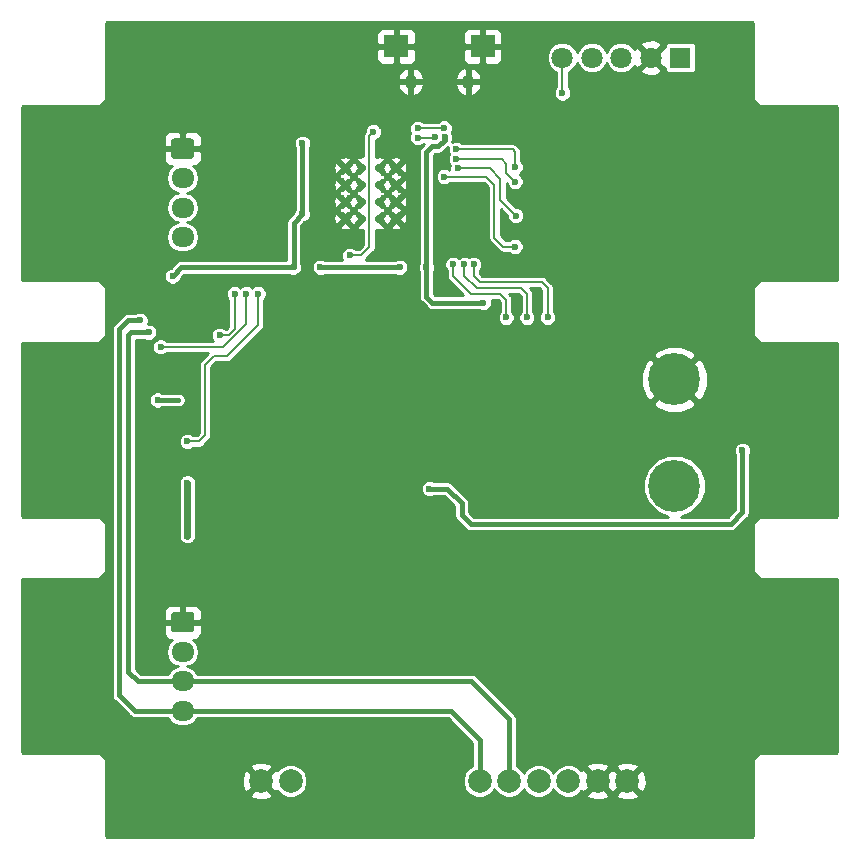
<source format=gbl>
G04 #@! TF.GenerationSoftware,KiCad,Pcbnew,(5.0.2)-1*
G04 #@! TF.CreationDate,2019-10-10T06:56:03+09:00*
G04 #@! TF.ProjectId,PM_Board,504d5f42-6f61-4726-942e-6b696361645f,rev?*
G04 #@! TF.SameCoordinates,Original*
G04 #@! TF.FileFunction,Copper,L2,Bot*
G04 #@! TF.FilePolarity,Positive*
%FSLAX46Y46*%
G04 Gerber Fmt 4.6, Leading zero omitted, Abs format (unit mm)*
G04 Created by KiCad (PCBNEW (5.0.2)-1) date 2019/10/10 6:56:03*
%MOMM*%
%LPD*%
G01*
G04 APERTURE LIST*
G04 #@! TA.AperFunction,Conductor*
%ADD10C,0.100000*%
G04 #@! TD*
G04 #@! TA.AperFunction,ComponentPad*
%ADD11C,1.700000*%
G04 #@! TD*
G04 #@! TA.AperFunction,ComponentPad*
%ADD12O,1.950000X1.700000*%
G04 #@! TD*
G04 #@! TA.AperFunction,ComponentPad*
%ADD13R,1.800000X1.800000*%
G04 #@! TD*
G04 #@! TA.AperFunction,ComponentPad*
%ADD14C,1.800000*%
G04 #@! TD*
G04 #@! TA.AperFunction,ComponentPad*
%ADD15O,1.050000X1.250000*%
G04 #@! TD*
G04 #@! TA.AperFunction,ComponentPad*
%ADD16R,2.100000X1.900000*%
G04 #@! TD*
G04 #@! TA.AperFunction,ComponentPad*
%ADD17C,2.000000*%
G04 #@! TD*
G04 #@! TA.AperFunction,ComponentPad*
%ADD18C,4.400000*%
G04 #@! TD*
G04 #@! TA.AperFunction,ComponentPad*
%ADD19C,0.700000*%
G04 #@! TD*
G04 #@! TA.AperFunction,ComponentPad*
%ADD20C,0.712500*%
G04 #@! TD*
G04 #@! TA.AperFunction,ViaPad*
%ADD21C,0.600000*%
G04 #@! TD*
G04 #@! TA.AperFunction,Conductor*
%ADD22C,0.400000*%
G04 #@! TD*
G04 #@! TA.AperFunction,Conductor*
%ADD23C,0.200000*%
G04 #@! TD*
G04 #@! TA.AperFunction,Conductor*
%ADD24C,0.600000*%
G04 #@! TD*
G04 #@! TA.AperFunction,Conductor*
%ADD25C,0.254000*%
G04 #@! TD*
G04 APERTURE END LIST*
D10*
G04 #@! TO.N,GND*
G04 #@! TO.C,J4*
G36*
X132349504Y-85351204D02*
X132373773Y-85354804D01*
X132397571Y-85360765D01*
X132420671Y-85369030D01*
X132442849Y-85379520D01*
X132463893Y-85392133D01*
X132483598Y-85406747D01*
X132501777Y-85423223D01*
X132518253Y-85441402D01*
X132532867Y-85461107D01*
X132545480Y-85482151D01*
X132555970Y-85504329D01*
X132564235Y-85527429D01*
X132570196Y-85551227D01*
X132573796Y-85575496D01*
X132575000Y-85600000D01*
X132575000Y-86800000D01*
X132573796Y-86824504D01*
X132570196Y-86848773D01*
X132564235Y-86872571D01*
X132555970Y-86895671D01*
X132545480Y-86917849D01*
X132532867Y-86938893D01*
X132518253Y-86958598D01*
X132501777Y-86976777D01*
X132483598Y-86993253D01*
X132463893Y-87007867D01*
X132442849Y-87020480D01*
X132420671Y-87030970D01*
X132397571Y-87039235D01*
X132373773Y-87045196D01*
X132349504Y-87048796D01*
X132325000Y-87050000D01*
X130875000Y-87050000D01*
X130850496Y-87048796D01*
X130826227Y-87045196D01*
X130802429Y-87039235D01*
X130779329Y-87030970D01*
X130757151Y-87020480D01*
X130736107Y-87007867D01*
X130716402Y-86993253D01*
X130698223Y-86976777D01*
X130681747Y-86958598D01*
X130667133Y-86938893D01*
X130654520Y-86917849D01*
X130644030Y-86895671D01*
X130635765Y-86872571D01*
X130629804Y-86848773D01*
X130626204Y-86824504D01*
X130625000Y-86800000D01*
X130625000Y-85600000D01*
X130626204Y-85575496D01*
X130629804Y-85551227D01*
X130635765Y-85527429D01*
X130644030Y-85504329D01*
X130654520Y-85482151D01*
X130667133Y-85461107D01*
X130681747Y-85441402D01*
X130698223Y-85423223D01*
X130716402Y-85406747D01*
X130736107Y-85392133D01*
X130757151Y-85379520D01*
X130779329Y-85369030D01*
X130802429Y-85360765D01*
X130826227Y-85354804D01*
X130850496Y-85351204D01*
X130875000Y-85350000D01*
X132325000Y-85350000D01*
X132349504Y-85351204D01*
X132349504Y-85351204D01*
G37*
D11*
G04 #@! TD*
G04 #@! TO.P,J4,1*
G04 #@! TO.N,GND*
X131600000Y-86200000D03*
D12*
G04 #@! TO.P,J4,2*
G04 #@! TO.N,Net-(J4-Pad2)*
X131600000Y-88700000D03*
G04 #@! TO.P,J4,3*
G04 #@! TO.N,Net-(J4-Pad3)*
X131600000Y-91200000D03*
G04 #@! TO.P,J4,4*
G04 #@! TO.N,Net-(J4-Pad4)*
X131600000Y-93700000D03*
G04 #@! TD*
D13*
G04 #@! TO.P,J2,1*
G04 #@! TO.N,Net-(J2-Pad1)*
X173750000Y-78500000D03*
D14*
G04 #@! TO.P,J2,2*
G04 #@! TO.N,GND*
X171250000Y-78500000D03*
G04 #@! TO.P,J2,3*
G04 #@! TO.N,Net-(J2-Pad3)*
X168750000Y-78500000D03*
G04 #@! TO.P,J2,4*
G04 #@! TO.N,Net-(J2-Pad4)*
X166250000Y-78500000D03*
G04 #@! TO.P,J2,5*
G04 #@! TO.N,Net-(J2-Pad5)*
X163750000Y-78500000D03*
G04 #@! TD*
D15*
G04 #@! TO.P,J3,5*
G04 #@! TO.N,GND*
X155775000Y-80550000D03*
X150925000Y-80550000D03*
D16*
X157000000Y-77550000D03*
X149700000Y-77550000D03*
G04 #@! TD*
D12*
G04 #@! TO.P,J5,4*
G04 #@! TO.N,/CAN_L*
X131600000Y-133800000D03*
G04 #@! TO.P,J5,3*
G04 #@! TO.N,/CAN_H*
X131600000Y-131300000D03*
G04 #@! TO.P,J5,2*
G04 #@! TO.N,Net-(J4-Pad2)*
X131600000Y-128800000D03*
D10*
G04 #@! TD*
G04 #@! TO.N,GND*
G04 #@! TO.C,J5*
G36*
X132349504Y-125451204D02*
X132373773Y-125454804D01*
X132397571Y-125460765D01*
X132420671Y-125469030D01*
X132442849Y-125479520D01*
X132463893Y-125492133D01*
X132483598Y-125506747D01*
X132501777Y-125523223D01*
X132518253Y-125541402D01*
X132532867Y-125561107D01*
X132545480Y-125582151D01*
X132555970Y-125604329D01*
X132564235Y-125627429D01*
X132570196Y-125651227D01*
X132573796Y-125675496D01*
X132575000Y-125700000D01*
X132575000Y-126900000D01*
X132573796Y-126924504D01*
X132570196Y-126948773D01*
X132564235Y-126972571D01*
X132555970Y-126995671D01*
X132545480Y-127017849D01*
X132532867Y-127038893D01*
X132518253Y-127058598D01*
X132501777Y-127076777D01*
X132483598Y-127093253D01*
X132463893Y-127107867D01*
X132442849Y-127120480D01*
X132420671Y-127130970D01*
X132397571Y-127139235D01*
X132373773Y-127145196D01*
X132349504Y-127148796D01*
X132325000Y-127150000D01*
X130875000Y-127150000D01*
X130850496Y-127148796D01*
X130826227Y-127145196D01*
X130802429Y-127139235D01*
X130779329Y-127130970D01*
X130757151Y-127120480D01*
X130736107Y-127107867D01*
X130716402Y-127093253D01*
X130698223Y-127076777D01*
X130681747Y-127058598D01*
X130667133Y-127038893D01*
X130654520Y-127017849D01*
X130644030Y-126995671D01*
X130635765Y-126972571D01*
X130629804Y-126948773D01*
X130626204Y-126924504D01*
X130625000Y-126900000D01*
X130625000Y-125700000D01*
X130626204Y-125675496D01*
X130629804Y-125651227D01*
X130635765Y-125627429D01*
X130644030Y-125604329D01*
X130654520Y-125582151D01*
X130667133Y-125561107D01*
X130681747Y-125541402D01*
X130698223Y-125523223D01*
X130716402Y-125506747D01*
X130736107Y-125492133D01*
X130757151Y-125479520D01*
X130779329Y-125469030D01*
X130802429Y-125460765D01*
X130826227Y-125454804D01*
X130850496Y-125451204D01*
X130875000Y-125450000D01*
X132325000Y-125450000D01*
X132349504Y-125451204D01*
X132349504Y-125451204D01*
G37*
D11*
G04 #@! TO.P,J5,1*
G04 #@! TO.N,GND*
X131600000Y-126300000D03*
G04 #@! TD*
D17*
G04 #@! TO.P,J6,4*
G04 #@! TO.N,Net-(D5-Pad2)*
X161750000Y-139750000D03*
G04 #@! TO.P,J6,2*
G04 #@! TO.N,GND*
X166750000Y-139750000D03*
G04 #@! TO.P,J6,3*
G04 #@! TO.N,Net-(D5-Pad2)*
X164250000Y-139750000D03*
G04 #@! TO.P,J6,1*
G04 #@! TO.N,GND*
X169250000Y-139750000D03*
G04 #@! TO.P,J6,5*
G04 #@! TO.N,/CAN_H*
X159250000Y-139750000D03*
G04 #@! TO.P,J6,6*
G04 #@! TO.N,/CAN_L*
X156750000Y-139750000D03*
G04 #@! TD*
G04 #@! TO.P,J7,1*
G04 #@! TO.N,Net-(J7-Pad1)*
X140750000Y-139750000D03*
G04 #@! TO.P,J7,2*
G04 #@! TO.N,GND*
X138250000Y-139750000D03*
G04 #@! TD*
D18*
G04 #@! TO.P,J101,1*
G04 #@! TO.N,+BATT*
X173250000Y-114750000D03*
D19*
X173250000Y-116400000D03*
X172083274Y-115916726D03*
X171600000Y-114750000D03*
X172083274Y-113583274D03*
X173250000Y-113100000D03*
X174416726Y-113583274D03*
X174900000Y-114750000D03*
X174416726Y-115916726D03*
G04 #@! TD*
G04 #@! TO.P,J102,1*
G04 #@! TO.N,GND*
X174416726Y-106916726D03*
X174900000Y-105750000D03*
X174416726Y-104583274D03*
X173250000Y-104100000D03*
X172083274Y-104583274D03*
X171600000Y-105750000D03*
X172083274Y-106916726D03*
X173250000Y-107400000D03*
D18*
X173250000Y-105750000D03*
G04 #@! TD*
D20*
G04 #@! TO.P,U1,69*
G04 #@! TO.N,GND*
X149637500Y-92137500D03*
X149637500Y-90712500D03*
X149637500Y-89287500D03*
X149637500Y-87862500D03*
X148212500Y-92137500D03*
X148212500Y-90712500D03*
X148212500Y-89287500D03*
X148212500Y-87862500D03*
X146787500Y-92137500D03*
X146787500Y-90712500D03*
X146787500Y-89287500D03*
X146787500Y-87862500D03*
X145362500Y-92137500D03*
X145362500Y-90712500D03*
X145362500Y-89287500D03*
X145362500Y-87862500D03*
G04 #@! TD*
D21*
G04 #@! TO.N,+3V3*
X150000000Y-96250000D03*
X141000000Y-96250000D03*
X141750000Y-91750000D03*
X143250000Y-96250000D03*
X157070258Y-99250000D03*
X130750000Y-97000000D03*
X152250000Y-96250000D03*
X153780003Y-85250000D03*
X141750000Y-85750000D03*
G04 #@! TO.N,GND*
X143150000Y-84550000D03*
X142150000Y-84550000D03*
X140650000Y-84550000D03*
X140650000Y-83300000D03*
X140650000Y-82050000D03*
X140650000Y-80800000D03*
X141900000Y-80800000D03*
X143150000Y-80800000D03*
X144400000Y-80800000D03*
X145650000Y-80800000D03*
X147400000Y-80800000D03*
X148400000Y-80800000D03*
X148400000Y-82050000D03*
X148400000Y-83050000D03*
X148400000Y-83800000D03*
X147150000Y-83800000D03*
X140000000Y-115000000D03*
X142500000Y-115000000D03*
X140000000Y-117500000D03*
X142500000Y-117500000D03*
X145000000Y-117500000D03*
X145000000Y-115000000D03*
X147500000Y-115000000D03*
X147500000Y-117500000D03*
X147500000Y-120000000D03*
X145000000Y-120000000D03*
X142500000Y-120000000D03*
X150000000Y-115000000D03*
X150000000Y-117500000D03*
X150000000Y-120000000D03*
X150000000Y-120000000D03*
X150000000Y-120000000D03*
X150000000Y-122500000D03*
X152500000Y-122500000D03*
X152500000Y-120000000D03*
X152500000Y-117500000D03*
X155000000Y-120000000D03*
X155000000Y-122500000D03*
X155000000Y-130000000D03*
X147500000Y-122500000D03*
X145000000Y-122500000D03*
X145000000Y-125000000D03*
X145000000Y-127500000D03*
X140000000Y-122500000D03*
X155000000Y-112500000D03*
X157500000Y-112500000D03*
X157500000Y-110000000D03*
X155000000Y-110000000D03*
X152500000Y-110000000D03*
X150000000Y-110000000D03*
X152500000Y-107500000D03*
X150000000Y-107500000D03*
X145000000Y-107500000D03*
X142500000Y-107500000D03*
X142500000Y-110000000D03*
X145000000Y-110000000D03*
X137500000Y-110000000D03*
X137500000Y-107500000D03*
X132500000Y-107500000D03*
X135000000Y-107500000D03*
X135000000Y-110000000D03*
X132500000Y-110000000D03*
X130000000Y-110000000D03*
X132500000Y-105000000D03*
X135000000Y-105000000D03*
X167500000Y-137500000D03*
X170000000Y-137500000D03*
X172500000Y-137500000D03*
X175000000Y-137500000D03*
X122500000Y-125000000D03*
X120000000Y-125000000D03*
X120000000Y-127500000D03*
X120000000Y-130000000D03*
X120000000Y-135000000D03*
X120000000Y-132500000D03*
X122500000Y-127500000D03*
X122500000Y-130000000D03*
X122500000Y-132500000D03*
X122500000Y-135000000D03*
X125000000Y-135000000D03*
X125000000Y-132500000D03*
X120000000Y-115000000D03*
X120000000Y-112500000D03*
X120000000Y-110000000D03*
X120000000Y-107500000D03*
X120000000Y-105000000D03*
X122500000Y-105000000D03*
X122500000Y-107500000D03*
X122500000Y-110000000D03*
X122500000Y-110000000D03*
X122500000Y-110000000D03*
X122500000Y-112500000D03*
X122500000Y-115000000D03*
X122500000Y-110000000D03*
X122500000Y-110000000D03*
X122500000Y-107500000D03*
X122500000Y-107500000D03*
X120000000Y-95000000D03*
X122500000Y-95000000D03*
X122500000Y-92500000D03*
X120000000Y-92500000D03*
X120000000Y-90000000D03*
X122500000Y-90000000D03*
X120000000Y-87500000D03*
X122500000Y-87500000D03*
X120000000Y-85000000D03*
X122500000Y-85000000D03*
X125000000Y-85000000D03*
X127500000Y-85000000D03*
X127500000Y-82500000D03*
X127500000Y-80000000D03*
X127500000Y-77500000D03*
X135000000Y-77500000D03*
X140000000Y-77500000D03*
X137500000Y-77500000D03*
X142500000Y-77500000D03*
X145000000Y-77500000D03*
X147500000Y-77500000D03*
X160000000Y-77500000D03*
X177500000Y-77500000D03*
X185000000Y-105000000D03*
X185000000Y-107500000D03*
X182500000Y-107500000D03*
X182500000Y-105000000D03*
X180000000Y-105000000D03*
X180000000Y-107500000D03*
X180000000Y-115000000D03*
X185000000Y-115000000D03*
X182500000Y-115000000D03*
X182500000Y-112500000D03*
X180000000Y-112500000D03*
X185000000Y-112500000D03*
X177500000Y-137500000D03*
X177500000Y-140000000D03*
X177500000Y-115000000D03*
X177500000Y-142500000D03*
X175000000Y-142500000D03*
X175000000Y-140000000D03*
X172500000Y-140000000D03*
X172500000Y-142500000D03*
X167500000Y-142500000D03*
X170000000Y-142500000D03*
X165000000Y-142500000D03*
X127500000Y-140000000D03*
X127500000Y-137500000D03*
X127500000Y-135000000D03*
X130000000Y-137500000D03*
X130000000Y-140000000D03*
X132500000Y-140000000D03*
X135000000Y-140000000D03*
X132500000Y-137500000D03*
X135000000Y-137500000D03*
X175000000Y-102500000D03*
X175000000Y-100000000D03*
X172500000Y-100000000D03*
X172500000Y-102500000D03*
X170000000Y-102500000D03*
X170000000Y-100000000D03*
X167500000Y-100000000D03*
X165000000Y-100000000D03*
X165000000Y-102500000D03*
X167500000Y-102500000D03*
X167500000Y-105000000D03*
X165000000Y-105000000D03*
X165000000Y-107500000D03*
X167500000Y-107500000D03*
X167500000Y-110000000D03*
X170000000Y-110000000D03*
X172500000Y-110000000D03*
X175000000Y-110000000D03*
X177500000Y-100000000D03*
X177500000Y-102500000D03*
X177500000Y-105000000D03*
X177500000Y-107500000D03*
X177500000Y-110000000D03*
X137500000Y-90000000D03*
X135000000Y-90000000D03*
X135000000Y-87500000D03*
X135000000Y-85000000D03*
X135000000Y-92500000D03*
X135000000Y-80000000D03*
X140000000Y-80000000D03*
X137500000Y-80000000D03*
X175000000Y-85000000D03*
X175000000Y-87500000D03*
X175000000Y-90000000D03*
X175000000Y-92500000D03*
X172500000Y-92500000D03*
X172500000Y-90000000D03*
X172500000Y-87500000D03*
X172500000Y-85000000D03*
X170000000Y-85000000D03*
X170000000Y-90000000D03*
X170000000Y-92500000D03*
X170000000Y-87500000D03*
X167500000Y-85000000D03*
X165000000Y-85000000D03*
X165000000Y-87500000D03*
X165000000Y-90000000D03*
X165000000Y-92500000D03*
X170000000Y-95000000D03*
X175000000Y-95000000D03*
X172500000Y-95000000D03*
X165000000Y-95000000D03*
X142500000Y-100000000D03*
X145000000Y-100000000D03*
X142500000Y-97500000D03*
X140000000Y-97500000D03*
X156500000Y-92250000D03*
X153500000Y-91500000D03*
X155000000Y-91750000D03*
X157000000Y-95000000D03*
X153250000Y-96500000D03*
X153250000Y-98250000D03*
X158750000Y-96750000D03*
X162500000Y-120000000D03*
X161000000Y-120000000D03*
X161000000Y-122000000D03*
X161000000Y-124000000D03*
X161000000Y-126000000D03*
X161000000Y-130000000D03*
X161000000Y-132000000D03*
X161000000Y-134000000D03*
X163000000Y-134000000D03*
X165000000Y-134000000D03*
X167000000Y-136000000D03*
X173000000Y-133000000D03*
X175000000Y-135000000D03*
X176000000Y-122000000D03*
X176000000Y-120000000D03*
X186000000Y-136000000D03*
X186000000Y-134000000D03*
X186000000Y-132000000D03*
X133500000Y-114750000D03*
X129500000Y-114750000D03*
X128250000Y-114750000D03*
X129000000Y-126750000D03*
X129000000Y-124500000D03*
X132750000Y-122250000D03*
X134650000Y-119100000D03*
X134650000Y-121250000D03*
X134050000Y-128850000D03*
X134000000Y-126150000D03*
X133750000Y-135050000D03*
X168900000Y-117050000D03*
X165900000Y-117000000D03*
X162000000Y-116550000D03*
X166050000Y-112500000D03*
X169950000Y-112550000D03*
X159450000Y-106900000D03*
X159450000Y-104250000D03*
X157950000Y-99800000D03*
X159400000Y-101500000D03*
X161750000Y-103500000D03*
X152750000Y-101600000D03*
X149000000Y-99650000D03*
X150100000Y-103550000D03*
X148000000Y-103000000D03*
X145950000Y-101650000D03*
X146000000Y-106300000D03*
X152650000Y-106250000D03*
X148050000Y-112250000D03*
X152700000Y-112200000D03*
X145700000Y-111950000D03*
X141100000Y-112100000D03*
X141050000Y-108550000D03*
X141000000Y-103050000D03*
X154750000Y-103050000D03*
X147900000Y-98300000D03*
X143450000Y-94050000D03*
X138900000Y-95250000D03*
X138950000Y-98200000D03*
X138750000Y-100250000D03*
X138850000Y-101650000D03*
X133250000Y-103700000D03*
X134100000Y-99050000D03*
X130600000Y-99050000D03*
X128400000Y-99700000D03*
X128250000Y-90850000D03*
X129800000Y-90800000D03*
X130250000Y-92450000D03*
X132800000Y-92450000D03*
X140700000Y-91750000D03*
X139450000Y-86900000D03*
X137800000Y-86250000D03*
X143400000Y-86050000D03*
X131550000Y-84350000D03*
X130750000Y-82650000D03*
X130750000Y-81500000D03*
X149700000Y-79400000D03*
X155400000Y-83950000D03*
X155300000Y-82100000D03*
X150050000Y-82500000D03*
X156800000Y-89650000D03*
X159550000Y-93450000D03*
X160800000Y-92400000D03*
X161100000Y-93150000D03*
X161250000Y-95800000D03*
X157500000Y-102650000D03*
X153350000Y-128450000D03*
X155100000Y-128400000D03*
X153400000Y-130050000D03*
X180000000Y-85000000D03*
X182500000Y-85000000D03*
X185000000Y-85000000D03*
X182500000Y-87500000D03*
X180000000Y-87500000D03*
X180000000Y-95000000D03*
X182500000Y-95000000D03*
X185000000Y-95000000D03*
X177500000Y-95000000D03*
X177500000Y-92500000D03*
X177500000Y-90000000D03*
X177500000Y-87500000D03*
X177500000Y-85000000D03*
X167500000Y-87500000D03*
X167500000Y-90000000D03*
X167500000Y-92500000D03*
X167500000Y-95000000D03*
X140000000Y-120000000D03*
X142500000Y-122500000D03*
X145000000Y-130000000D03*
X147500000Y-130000000D03*
X142500000Y-130000000D03*
X140000000Y-130000000D03*
X145000000Y-140000000D03*
X147500000Y-137500000D03*
X152500000Y-137500000D03*
X152500000Y-135000000D03*
X147500000Y-135000000D03*
X147500000Y-140000000D03*
X152500000Y-140000000D03*
X137500000Y-137500000D03*
X142500000Y-137500000D03*
X142500000Y-140000000D03*
X162500000Y-142500000D03*
G04 #@! TO.N,Net-(C9-Pad2)*
X145750000Y-95250000D03*
X147750000Y-84780003D03*
G04 #@! TO.N,Net-(J2-Pad5)*
X163750000Y-81500000D03*
G04 #@! TO.N,/Power_Cutoff*
X138000000Y-98500000D03*
X132000000Y-111000000D03*
G04 #@! TO.N,Net-(R4-Pad2)*
X151500000Y-85280003D03*
X153000000Y-85250000D03*
G04 #@! TO.N,Net-(R5-Pad2)*
X151500000Y-84500000D03*
X153748825Y-84470621D03*
G04 #@! TO.N,/CAN_H*
X128750000Y-101750000D03*
G04 #@! TO.N,/CAN_L*
X129500000Y-107500000D03*
X128000000Y-100750000D03*
G04 #@! TO.N,/INA226_SDA*
X155469997Y-96000000D03*
X160750000Y-100500000D03*
G04 #@! TO.N,/INA226_SCL*
X154500000Y-96000000D03*
X159000000Y-100500000D03*
G04 #@! TO.N,/CAN_TXD*
X136000000Y-98500000D03*
X134750000Y-102000000D03*
G04 #@! TO.N,/SD_CS*
X154785122Y-86285122D03*
X159750000Y-87750000D03*
G04 #@! TO.N,/SD_MOSI*
X154786576Y-87103913D03*
X159750000Y-89000000D03*
G04 #@! TO.N,/SD_CLK*
X159802546Y-91881365D03*
X154920000Y-87872418D03*
G04 #@! TO.N,/SD_MISO*
X153750000Y-88580000D03*
X159750000Y-94500000D03*
G04 #@! TO.N,/CAN_STB*
X137000000Y-98500000D03*
X129750000Y-103000000D03*
G04 #@! TO.N,/INA226_Alert*
X156250000Y-96000000D03*
X162500000Y-100500000D03*
G04 #@! TO.N,Net-(C17-Pad1)*
X179000000Y-111750000D03*
X152500000Y-115000000D03*
G04 #@! TO.N,Net-(Q1-Pad1)*
X132000000Y-114500000D03*
X132000000Y-119000000D03*
G04 #@! TD*
D22*
G04 #@! TO.N,+3V3*
X150000000Y-96250000D02*
X143250000Y-96250000D01*
X141000000Y-96250000D02*
X141000000Y-96250000D01*
X141000000Y-96250000D02*
X141000000Y-92500000D01*
X141000000Y-92500000D02*
X141750000Y-91750000D01*
X143250000Y-96250000D02*
X143250000Y-96250000D01*
X157070258Y-99250000D02*
X154000000Y-99250000D01*
X141000000Y-96250000D02*
X134500000Y-96250000D01*
X134500000Y-96250000D02*
X131500000Y-96250000D01*
X131500000Y-96250000D02*
X130750000Y-97000000D01*
X152250000Y-96250000D02*
X152250000Y-86500000D01*
X152250000Y-86500000D02*
X152750000Y-86000000D01*
X152250000Y-96250000D02*
X152250000Y-98750000D01*
X152750000Y-99250000D02*
X154000000Y-99250000D01*
X152250000Y-98750000D02*
X152750000Y-99250000D01*
X153780003Y-85476399D02*
X153780003Y-85250000D01*
X152750000Y-86000000D02*
X153256402Y-86000000D01*
X153256402Y-86000000D02*
X153780003Y-85476399D01*
X141750000Y-91750000D02*
X141750000Y-85750000D01*
D23*
G04 #@! TO.N,Net-(C9-Pad2)*
X145750000Y-95250000D02*
X146750000Y-95250000D01*
X147450001Y-85080002D02*
X147750000Y-84780003D01*
X147423751Y-85106252D02*
X147450001Y-85080002D01*
X147423751Y-94576249D02*
X147423751Y-85106252D01*
X146750000Y-95250000D02*
X147423751Y-94576249D01*
G04 #@! TO.N,Net-(J2-Pad5)*
X163750000Y-81500000D02*
X163750000Y-78500000D01*
G04 #@! TO.N,/Power_Cutoff*
X133000000Y-111000000D02*
X132000000Y-111000000D01*
X138000000Y-101141598D02*
X135391598Y-103750000D01*
X138000000Y-98500000D02*
X138000000Y-101141598D01*
X134250000Y-103750000D02*
X133500000Y-104500000D01*
X135391598Y-103750000D02*
X134250000Y-103750000D01*
X133500000Y-104500000D02*
X133500000Y-110500000D01*
X133500000Y-110500000D02*
X133000000Y-111000000D01*
G04 #@! TO.N,Net-(R4-Pad2)*
X151500000Y-85280003D02*
X152969997Y-85280003D01*
X152969997Y-85280003D02*
X153000000Y-85250000D01*
G04 #@! TO.N,Net-(R5-Pad2)*
X151500000Y-84500000D02*
X153719446Y-84500000D01*
X153719446Y-84500000D02*
X153748825Y-84470621D01*
D22*
G04 #@! TO.N,/CAN_H*
X127800000Y-131300000D02*
X131600000Y-131300000D01*
X127000000Y-130500000D02*
X127800000Y-131300000D01*
X128750000Y-101750000D02*
X127250000Y-101750000D01*
X127250000Y-101750000D02*
X127000000Y-102000000D01*
X127000000Y-102000000D02*
X127000000Y-130500000D01*
X159250000Y-139750000D02*
X159250000Y-134500000D01*
X156050000Y-131300000D02*
X131600000Y-131300000D01*
X159250000Y-134500000D02*
X156050000Y-131300000D01*
G04 #@! TO.N,/CAN_L*
X131600000Y-133800000D02*
X127550000Y-133800000D01*
X131250000Y-107500000D02*
X129500000Y-107500000D01*
X127550000Y-133800000D02*
X126250000Y-132500000D01*
X127000000Y-100750000D02*
X126250000Y-101500000D01*
X126250000Y-132500000D02*
X126250000Y-101500000D01*
X128000000Y-100750000D02*
X127000000Y-100750000D01*
X154300000Y-133800000D02*
X131600000Y-133800000D01*
X156750000Y-139750000D02*
X156750000Y-136250000D01*
X156750000Y-136250000D02*
X154300000Y-133800000D01*
D23*
G04 #@! TO.N,/INA226_SDA*
X155469997Y-96000000D02*
X155469997Y-96969997D01*
X155469997Y-96969997D02*
X156500000Y-98000000D01*
X156500000Y-98000000D02*
X160250000Y-98000000D01*
X160250000Y-98000000D02*
X160750000Y-98500000D01*
X160750000Y-98500000D02*
X160750000Y-100500000D01*
G04 #@! TO.N,/INA226_SCL*
X154500000Y-96000000D02*
X154500000Y-97000000D01*
X154500000Y-97000000D02*
X156000000Y-98500000D01*
X156000000Y-98500000D02*
X158500000Y-98500000D01*
X158500000Y-98500000D02*
X159000000Y-99000000D01*
X159000000Y-99000000D02*
X159000000Y-100500000D01*
G04 #@! TO.N,/CAN_TXD*
X136000000Y-98500000D02*
X136000000Y-101500000D01*
X136000000Y-101500000D02*
X135500000Y-102000000D01*
X135500000Y-102000000D02*
X134750000Y-102000000D01*
G04 #@! TO.N,/SD_CS*
X154785122Y-86285122D02*
X159535122Y-86285122D01*
X159535122Y-86285122D02*
X159750000Y-86500000D01*
X159750000Y-86500000D02*
X159750000Y-87750000D01*
G04 #@! TO.N,/SD_MOSI*
X158603913Y-87103913D02*
X154786576Y-87103913D01*
X159000000Y-87500000D02*
X158603913Y-87103913D01*
X159750000Y-89000000D02*
X159000000Y-88250000D01*
X159000000Y-88250000D02*
X159000000Y-87500000D01*
G04 #@! TO.N,/SD_CLK*
X158500000Y-90578819D02*
X159802546Y-91881365D01*
X158500000Y-88750000D02*
X158500000Y-90578819D01*
X154920000Y-87872418D02*
X157622418Y-87872418D01*
X157622418Y-87872418D02*
X158500000Y-88750000D01*
G04 #@! TO.N,/SD_MISO*
X153750000Y-88580000D02*
X157330000Y-88580000D01*
X157330000Y-88580000D02*
X158000000Y-89250000D01*
X158000000Y-89250000D02*
X158000000Y-93750000D01*
X158000000Y-93750000D02*
X158750000Y-94500000D01*
X158750000Y-94500000D02*
X159750000Y-94500000D01*
G04 #@! TO.N,/CAN_STB*
X137000000Y-101037414D02*
X135037414Y-103000000D01*
X137000000Y-98500000D02*
X137000000Y-101037414D01*
X135037414Y-103000000D02*
X130750000Y-103000000D01*
X130750000Y-103000000D02*
X129750000Y-103000000D01*
G04 #@! TO.N,/INA226_Alert*
X156250000Y-96000000D02*
X156250000Y-97000000D01*
X156250000Y-97000000D02*
X156750000Y-97500000D01*
X156750000Y-97500000D02*
X158500000Y-97500000D01*
X158500000Y-97500000D02*
X162000000Y-97500000D01*
X162000000Y-97500000D02*
X162500000Y-98000000D01*
X162500000Y-98000000D02*
X162500000Y-100500000D01*
D22*
G04 #@! TO.N,Net-(C17-Pad1)*
X155250000Y-117250000D02*
X156000000Y-118000000D01*
X156000000Y-118000000D02*
X177500000Y-118000000D01*
X178000000Y-118000000D02*
X179000000Y-117000000D01*
X179000000Y-117000000D02*
X179000000Y-111750000D01*
X154000000Y-115000000D02*
X155250000Y-116250000D01*
X152500000Y-115000000D02*
X154000000Y-115000000D01*
X155250000Y-116250000D02*
X155250000Y-117250000D01*
X177500000Y-118000000D02*
X178000000Y-118000000D01*
D24*
G04 #@! TO.N,Net-(Q1-Pad1)*
X132000000Y-114500000D02*
X132000000Y-119000000D01*
G04 #@! TD*
D25*
G04 #@! TO.N,GND*
G36*
X179873000Y-75552606D02*
X179873000Y-82000000D01*
X179882667Y-82048601D01*
X179910197Y-82089803D01*
X180410197Y-82589803D01*
X180451399Y-82617333D01*
X180500000Y-82627000D01*
X186947394Y-82627000D01*
X186998000Y-82677606D01*
X186998000Y-97322394D01*
X186947394Y-97373000D01*
X180500000Y-97373000D01*
X180451399Y-97382667D01*
X180410197Y-97410197D01*
X179910197Y-97910197D01*
X179882667Y-97951399D01*
X179873000Y-98000000D01*
X179873000Y-102000000D01*
X179882667Y-102048601D01*
X179910197Y-102089803D01*
X180410197Y-102589803D01*
X180451399Y-102617333D01*
X180500000Y-102627000D01*
X186947394Y-102627000D01*
X186998000Y-102677606D01*
X186998001Y-117322393D01*
X186947394Y-117373000D01*
X180500000Y-117373000D01*
X180451399Y-117382667D01*
X180410197Y-117410197D01*
X179910197Y-117910197D01*
X179882667Y-117951399D01*
X179873000Y-118000000D01*
X179873000Y-122000000D01*
X179882667Y-122048601D01*
X179910197Y-122089803D01*
X180410197Y-122589803D01*
X180451399Y-122617333D01*
X180500000Y-122627000D01*
X186947394Y-122627000D01*
X186998001Y-122677607D01*
X186998001Y-137322393D01*
X186947394Y-137373000D01*
X180500000Y-137373000D01*
X180451399Y-137382667D01*
X180410197Y-137410197D01*
X179910197Y-137910197D01*
X179882667Y-137951399D01*
X179873000Y-138000000D01*
X179873000Y-144447394D01*
X179822394Y-144498000D01*
X125177606Y-144498000D01*
X125127000Y-144447394D01*
X125127000Y-140902532D01*
X137277073Y-140902532D01*
X137375736Y-141169387D01*
X137985461Y-141395908D01*
X138635460Y-141371856D01*
X139124264Y-141169387D01*
X139222927Y-140902532D01*
X138250000Y-139929605D01*
X137277073Y-140902532D01*
X125127000Y-140902532D01*
X125127000Y-139485461D01*
X136604092Y-139485461D01*
X136628144Y-140135460D01*
X136830613Y-140624264D01*
X137097468Y-140722927D01*
X138070395Y-139750000D01*
X138429605Y-139750000D01*
X139402532Y-140722927D01*
X139623241Y-140641325D01*
X139941669Y-140959753D01*
X140466152Y-141177000D01*
X141033848Y-141177000D01*
X141558331Y-140959753D01*
X141959753Y-140558331D01*
X142177000Y-140033848D01*
X142177000Y-139466152D01*
X141959753Y-138941669D01*
X141558331Y-138540247D01*
X141033848Y-138323000D01*
X140466152Y-138323000D01*
X139941669Y-138540247D01*
X139623241Y-138858675D01*
X139402532Y-138777073D01*
X138429605Y-139750000D01*
X138070395Y-139750000D01*
X137097468Y-138777073D01*
X136830613Y-138875736D01*
X136604092Y-139485461D01*
X125127000Y-139485461D01*
X125127000Y-138597468D01*
X137277073Y-138597468D01*
X138250000Y-139570395D01*
X139222927Y-138597468D01*
X139124264Y-138330613D01*
X138514539Y-138104092D01*
X137864540Y-138128144D01*
X137375736Y-138330613D01*
X137277073Y-138597468D01*
X125127000Y-138597468D01*
X125127000Y-138000000D01*
X125117333Y-137951399D01*
X125089803Y-137910197D01*
X124589803Y-137410197D01*
X124548601Y-137382667D01*
X124500000Y-137373000D01*
X118052606Y-137373000D01*
X118002000Y-137322394D01*
X118002000Y-122677606D01*
X118052606Y-122627000D01*
X124500000Y-122627000D01*
X124548601Y-122617333D01*
X124589803Y-122589803D01*
X125089803Y-122089803D01*
X125117333Y-122048601D01*
X125127000Y-122000000D01*
X125127000Y-118000000D01*
X125117333Y-117951399D01*
X125089803Y-117910197D01*
X124589803Y-117410197D01*
X124548601Y-117382667D01*
X124500000Y-117373000D01*
X118052606Y-117373000D01*
X118002000Y-117322394D01*
X118002000Y-102677606D01*
X118052606Y-102627000D01*
X124500000Y-102627000D01*
X124548601Y-102617333D01*
X124589803Y-102589803D01*
X125089803Y-102089803D01*
X125117333Y-102048601D01*
X125127000Y-102000000D01*
X125127000Y-101500000D01*
X125610718Y-101500000D01*
X125623001Y-101561751D01*
X125623000Y-132438254D01*
X125610718Y-132500000D01*
X125623000Y-132561746D01*
X125623000Y-132561749D01*
X125659380Y-132744642D01*
X125797959Y-132952041D01*
X125850309Y-132987020D01*
X127062980Y-134199692D01*
X127097959Y-134252041D01*
X127150307Y-134287019D01*
X127150308Y-134287020D01*
X127305357Y-134390620D01*
X127488250Y-134427000D01*
X127488254Y-134427000D01*
X127550000Y-134439282D01*
X127611746Y-134427000D01*
X130358114Y-134427000D01*
X130554335Y-134720665D01*
X130976740Y-135002907D01*
X131349231Y-135077000D01*
X131850769Y-135077000D01*
X132223260Y-135002907D01*
X132645665Y-134720665D01*
X132841886Y-134427000D01*
X154040289Y-134427000D01*
X156123001Y-136509713D01*
X156123000Y-138465137D01*
X155941669Y-138540247D01*
X155540247Y-138941669D01*
X155323000Y-139466152D01*
X155323000Y-140033848D01*
X155540247Y-140558331D01*
X155941669Y-140959753D01*
X156466152Y-141177000D01*
X157033848Y-141177000D01*
X157558331Y-140959753D01*
X157959753Y-140558331D01*
X158000000Y-140461166D01*
X158040247Y-140558331D01*
X158441669Y-140959753D01*
X158966152Y-141177000D01*
X159533848Y-141177000D01*
X160058331Y-140959753D01*
X160459753Y-140558331D01*
X160500000Y-140461166D01*
X160540247Y-140558331D01*
X160941669Y-140959753D01*
X161466152Y-141177000D01*
X162033848Y-141177000D01*
X162558331Y-140959753D01*
X162959753Y-140558331D01*
X163000000Y-140461166D01*
X163040247Y-140558331D01*
X163441669Y-140959753D01*
X163966152Y-141177000D01*
X164533848Y-141177000D01*
X165058331Y-140959753D01*
X165115552Y-140902532D01*
X165777073Y-140902532D01*
X165875736Y-141169387D01*
X166485461Y-141395908D01*
X167135460Y-141371856D01*
X167624264Y-141169387D01*
X167722927Y-140902532D01*
X168277073Y-140902532D01*
X168375736Y-141169387D01*
X168985461Y-141395908D01*
X169635460Y-141371856D01*
X170124264Y-141169387D01*
X170222927Y-140902532D01*
X169250000Y-139929605D01*
X168277073Y-140902532D01*
X167722927Y-140902532D01*
X166750000Y-139929605D01*
X165777073Y-140902532D01*
X165115552Y-140902532D01*
X165376759Y-140641325D01*
X165597468Y-140722927D01*
X166570395Y-139750000D01*
X166929605Y-139750000D01*
X167902532Y-140722927D01*
X168000000Y-140686891D01*
X168097468Y-140722927D01*
X169070395Y-139750000D01*
X169429605Y-139750000D01*
X170402532Y-140722927D01*
X170669387Y-140624264D01*
X170895908Y-140014539D01*
X170871856Y-139364540D01*
X170669387Y-138875736D01*
X170402532Y-138777073D01*
X169429605Y-139750000D01*
X169070395Y-139750000D01*
X168097468Y-138777073D01*
X168000000Y-138813109D01*
X167902532Y-138777073D01*
X166929605Y-139750000D01*
X166570395Y-139750000D01*
X165597468Y-138777073D01*
X165376759Y-138858675D01*
X165115552Y-138597468D01*
X165777073Y-138597468D01*
X166750000Y-139570395D01*
X167722927Y-138597468D01*
X168277073Y-138597468D01*
X169250000Y-139570395D01*
X170222927Y-138597468D01*
X170124264Y-138330613D01*
X169514539Y-138104092D01*
X168864540Y-138128144D01*
X168375736Y-138330613D01*
X168277073Y-138597468D01*
X167722927Y-138597468D01*
X167624264Y-138330613D01*
X167014539Y-138104092D01*
X166364540Y-138128144D01*
X165875736Y-138330613D01*
X165777073Y-138597468D01*
X165115552Y-138597468D01*
X165058331Y-138540247D01*
X164533848Y-138323000D01*
X163966152Y-138323000D01*
X163441669Y-138540247D01*
X163040247Y-138941669D01*
X163000000Y-139038834D01*
X162959753Y-138941669D01*
X162558331Y-138540247D01*
X162033848Y-138323000D01*
X161466152Y-138323000D01*
X160941669Y-138540247D01*
X160540247Y-138941669D01*
X160500000Y-139038834D01*
X160459753Y-138941669D01*
X160058331Y-138540247D01*
X159877000Y-138465138D01*
X159877000Y-134561744D01*
X159889282Y-134499999D01*
X159877000Y-134438254D01*
X159877000Y-134438250D01*
X159840620Y-134255357D01*
X159702041Y-134047959D01*
X159649693Y-134012981D01*
X156537020Y-130900309D01*
X156502041Y-130847959D01*
X156294643Y-130709380D01*
X156111750Y-130673000D01*
X156111746Y-130673000D01*
X156050000Y-130660718D01*
X155988254Y-130673000D01*
X132841886Y-130673000D01*
X132645665Y-130379335D01*
X132223260Y-130097093D01*
X131986507Y-130050000D01*
X132223260Y-130002907D01*
X132645665Y-129720665D01*
X132927907Y-129298260D01*
X133027017Y-128800000D01*
X132927907Y-128301740D01*
X132645665Y-127879335D01*
X132504483Y-127785000D01*
X132701310Y-127785000D01*
X132934699Y-127688327D01*
X133113327Y-127509698D01*
X133210000Y-127276309D01*
X133210000Y-126585750D01*
X133051250Y-126427000D01*
X131727000Y-126427000D01*
X131727000Y-126447000D01*
X131473000Y-126447000D01*
X131473000Y-126427000D01*
X130148750Y-126427000D01*
X129990000Y-126585750D01*
X129990000Y-127276309D01*
X130086673Y-127509698D01*
X130265301Y-127688327D01*
X130498690Y-127785000D01*
X130695517Y-127785000D01*
X130554335Y-127879335D01*
X130272093Y-128301740D01*
X130172983Y-128800000D01*
X130272093Y-129298260D01*
X130554335Y-129720665D01*
X130976740Y-130002907D01*
X131213493Y-130050000D01*
X130976740Y-130097093D01*
X130554335Y-130379335D01*
X130358114Y-130673000D01*
X128059712Y-130673000D01*
X127627000Y-130240289D01*
X127627000Y-125323691D01*
X129990000Y-125323691D01*
X129990000Y-126014250D01*
X130148750Y-126173000D01*
X131473000Y-126173000D01*
X131473000Y-124973750D01*
X131727000Y-124973750D01*
X131727000Y-126173000D01*
X133051250Y-126173000D01*
X133210000Y-126014250D01*
X133210000Y-125323691D01*
X133113327Y-125090302D01*
X132934699Y-124911673D01*
X132701310Y-124815000D01*
X131885750Y-124815000D01*
X131727000Y-124973750D01*
X131473000Y-124973750D01*
X131314250Y-124815000D01*
X130498690Y-124815000D01*
X130265301Y-124911673D01*
X130086673Y-125090302D01*
X129990000Y-125323691D01*
X127627000Y-125323691D01*
X127627000Y-114355391D01*
X131273000Y-114355391D01*
X131273000Y-114428402D01*
X131273001Y-118855389D01*
X131273000Y-118855391D01*
X131273000Y-119144609D01*
X131300942Y-119212067D01*
X131315183Y-119283661D01*
X131355737Y-119344354D01*
X131383679Y-119411813D01*
X131435311Y-119463445D01*
X131475864Y-119524137D01*
X131536556Y-119564690D01*
X131588187Y-119616321D01*
X131655645Y-119644263D01*
X131716340Y-119684818D01*
X131787936Y-119699060D01*
X131855391Y-119727000D01*
X131928401Y-119727000D01*
X132000000Y-119741242D01*
X132071599Y-119727000D01*
X132144609Y-119727000D01*
X132212063Y-119699060D01*
X132283661Y-119684818D01*
X132344358Y-119644262D01*
X132411813Y-119616321D01*
X132463442Y-119564692D01*
X132524137Y-119524137D01*
X132564692Y-119463442D01*
X132616321Y-119411813D01*
X132644262Y-119344358D01*
X132684818Y-119283661D01*
X132699060Y-119212063D01*
X132727000Y-119144609D01*
X132727000Y-114855391D01*
X151773000Y-114855391D01*
X151773000Y-115144609D01*
X151883679Y-115411813D01*
X152088187Y-115616321D01*
X152355391Y-115727000D01*
X152644609Y-115727000D01*
X152886031Y-115627000D01*
X153740289Y-115627000D01*
X154623000Y-116509712D01*
X154623001Y-117188249D01*
X154610718Y-117250000D01*
X154659380Y-117494642D01*
X154723511Y-117590620D01*
X154797960Y-117702041D01*
X154850307Y-117737018D01*
X155512981Y-118399693D01*
X155547959Y-118452041D01*
X155755357Y-118590620D01*
X155938250Y-118627000D01*
X155938253Y-118627000D01*
X155999999Y-118639282D01*
X156061745Y-118627000D01*
X177938254Y-118627000D01*
X178000000Y-118639282D01*
X178061746Y-118627000D01*
X178061750Y-118627000D01*
X178244643Y-118590620D01*
X178452041Y-118452041D01*
X178487020Y-118399691D01*
X179399694Y-117487018D01*
X179452041Y-117452041D01*
X179590620Y-117244643D01*
X179627000Y-117061750D01*
X179627000Y-117061746D01*
X179639282Y-117000000D01*
X179627000Y-116938254D01*
X179627000Y-112136031D01*
X179727000Y-111894609D01*
X179727000Y-111605391D01*
X179616321Y-111338187D01*
X179411813Y-111133679D01*
X179144609Y-111023000D01*
X178855391Y-111023000D01*
X178588187Y-111133679D01*
X178383679Y-111338187D01*
X178273000Y-111605391D01*
X178273000Y-111894609D01*
X178373001Y-112136034D01*
X178373000Y-116740288D01*
X177740289Y-117373000D01*
X173782200Y-117373000D01*
X174738076Y-116977063D01*
X175477063Y-116238076D01*
X175877000Y-115272543D01*
X175877000Y-114227457D01*
X175477063Y-113261924D01*
X174738076Y-112522937D01*
X173772543Y-112123000D01*
X172727457Y-112123000D01*
X171761924Y-112522937D01*
X171022937Y-113261924D01*
X170623000Y-114227457D01*
X170623000Y-115272543D01*
X171022937Y-116238076D01*
X171761924Y-116977063D01*
X172717800Y-117373000D01*
X156259712Y-117373000D01*
X155877000Y-116990289D01*
X155877000Y-116311746D01*
X155889282Y-116250000D01*
X155877000Y-116188254D01*
X155877000Y-116188250D01*
X155840620Y-116005357D01*
X155702041Y-115797959D01*
X155649694Y-115762982D01*
X154487020Y-114600309D01*
X154452041Y-114547959D01*
X154244643Y-114409380D01*
X154061750Y-114373000D01*
X154061746Y-114373000D01*
X154000000Y-114360718D01*
X153938254Y-114373000D01*
X152886031Y-114373000D01*
X152644609Y-114273000D01*
X152355391Y-114273000D01*
X152088187Y-114383679D01*
X151883679Y-114588187D01*
X151773000Y-114855391D01*
X132727000Y-114855391D01*
X132727000Y-114355391D01*
X132699060Y-114287937D01*
X132684818Y-114216339D01*
X132644262Y-114155643D01*
X132616321Y-114088187D01*
X132564690Y-114036556D01*
X132524136Y-113975863D01*
X132463444Y-113935310D01*
X132411813Y-113883679D01*
X132344355Y-113855737D01*
X132283660Y-113815182D01*
X132212064Y-113800940D01*
X132144609Y-113773000D01*
X132071599Y-113773000D01*
X132000000Y-113758758D01*
X131928401Y-113773000D01*
X131855391Y-113773000D01*
X131787937Y-113800940D01*
X131716339Y-113815182D01*
X131655643Y-113855738D01*
X131588187Y-113883679D01*
X131536556Y-113935310D01*
X131475863Y-113975864D01*
X131435310Y-114036556D01*
X131383679Y-114088187D01*
X131355737Y-114155645D01*
X131315182Y-114216340D01*
X131300941Y-114287936D01*
X131273000Y-114355391D01*
X127627000Y-114355391D01*
X127627000Y-107355391D01*
X128773000Y-107355391D01*
X128773000Y-107644609D01*
X128883679Y-107911813D01*
X129088187Y-108116321D01*
X129355391Y-108227000D01*
X129644609Y-108227000D01*
X129886031Y-108127000D01*
X131311750Y-108127000D01*
X131494643Y-108090620D01*
X131702041Y-107952041D01*
X131840620Y-107744643D01*
X131889283Y-107500000D01*
X131840620Y-107255357D01*
X131702041Y-107047959D01*
X131494643Y-106909380D01*
X131311750Y-106873000D01*
X129886031Y-106873000D01*
X129644609Y-106773000D01*
X129355391Y-106773000D01*
X129088187Y-106883679D01*
X128883679Y-107088187D01*
X128773000Y-107355391D01*
X127627000Y-107355391D01*
X127627000Y-102855391D01*
X129023000Y-102855391D01*
X129023000Y-103144609D01*
X129133679Y-103411813D01*
X129338187Y-103616321D01*
X129605391Y-103727000D01*
X129894609Y-103727000D01*
X130161813Y-103616321D01*
X130251134Y-103527000D01*
X133727709Y-103527000D01*
X133164055Y-104090655D01*
X133120055Y-104120055D01*
X133090655Y-104164055D01*
X133090654Y-104164056D01*
X133045174Y-104232121D01*
X133003577Y-104294376D01*
X132973000Y-104448098D01*
X132973000Y-104448102D01*
X132962677Y-104500000D01*
X132973000Y-104551898D01*
X132973001Y-110281708D01*
X132781710Y-110473000D01*
X132501134Y-110473000D01*
X132411813Y-110383679D01*
X132144609Y-110273000D01*
X131855391Y-110273000D01*
X131588187Y-110383679D01*
X131383679Y-110588187D01*
X131273000Y-110855391D01*
X131273000Y-111144609D01*
X131383679Y-111411813D01*
X131588187Y-111616321D01*
X131855391Y-111727000D01*
X132144609Y-111727000D01*
X132411813Y-111616321D01*
X132501134Y-111527000D01*
X132948102Y-111527000D01*
X133000000Y-111537323D01*
X133051898Y-111527000D01*
X133051903Y-111527000D01*
X133205625Y-111496423D01*
X133379945Y-111379945D01*
X133409345Y-111335945D01*
X133835947Y-110909344D01*
X133879945Y-110879945D01*
X133909343Y-110835948D01*
X133909346Y-110835945D01*
X133996423Y-110705626D01*
X134002791Y-110673613D01*
X134027000Y-110551903D01*
X134027000Y-110551899D01*
X134037323Y-110500000D01*
X134027000Y-110448101D01*
X134027000Y-107769382D01*
X171410223Y-107769382D01*
X171655368Y-108160888D01*
X172699360Y-108587609D01*
X173827181Y-108582330D01*
X174844632Y-108160888D01*
X175089777Y-107769382D01*
X173250000Y-105929605D01*
X171410223Y-107769382D01*
X134027000Y-107769382D01*
X134027000Y-105199360D01*
X170412391Y-105199360D01*
X170417670Y-106327181D01*
X170839112Y-107344632D01*
X171230618Y-107589777D01*
X173070395Y-105750000D01*
X173429605Y-105750000D01*
X175269382Y-107589777D01*
X175660888Y-107344632D01*
X176087609Y-106300640D01*
X176082330Y-105172819D01*
X175660888Y-104155368D01*
X175269382Y-103910223D01*
X173429605Y-105750000D01*
X173070395Y-105750000D01*
X171230618Y-103910223D01*
X170839112Y-104155368D01*
X170412391Y-105199360D01*
X134027000Y-105199360D01*
X134027000Y-104718290D01*
X134468291Y-104277000D01*
X135339700Y-104277000D01*
X135391598Y-104287323D01*
X135443496Y-104277000D01*
X135443501Y-104277000D01*
X135597223Y-104246423D01*
X135771543Y-104129945D01*
X135800943Y-104085945D01*
X136156270Y-103730618D01*
X171410223Y-103730618D01*
X173250000Y-105570395D01*
X175089777Y-103730618D01*
X174844632Y-103339112D01*
X173800640Y-102912391D01*
X172672819Y-102917670D01*
X171655368Y-103339112D01*
X171410223Y-103730618D01*
X136156270Y-103730618D01*
X138335945Y-101550943D01*
X138379945Y-101521543D01*
X138496423Y-101347223D01*
X138527000Y-101193501D01*
X138527000Y-101193497D01*
X138537323Y-101141599D01*
X138527000Y-101089701D01*
X138527000Y-99001134D01*
X138616321Y-98911813D01*
X138727000Y-98644609D01*
X138727000Y-98355391D01*
X138616321Y-98088187D01*
X138411813Y-97883679D01*
X138144609Y-97773000D01*
X137855391Y-97773000D01*
X137588187Y-97883679D01*
X137500000Y-97971866D01*
X137411813Y-97883679D01*
X137144609Y-97773000D01*
X136855391Y-97773000D01*
X136588187Y-97883679D01*
X136500000Y-97971866D01*
X136411813Y-97883679D01*
X136144609Y-97773000D01*
X135855391Y-97773000D01*
X135588187Y-97883679D01*
X135383679Y-98088187D01*
X135273000Y-98355391D01*
X135273000Y-98644609D01*
X135383679Y-98911813D01*
X135473000Y-99001134D01*
X135473001Y-101281708D01*
X135281710Y-101473000D01*
X135251134Y-101473000D01*
X135161813Y-101383679D01*
X134894609Y-101273000D01*
X134605391Y-101273000D01*
X134338187Y-101383679D01*
X134133679Y-101588187D01*
X134023000Y-101855391D01*
X134023000Y-102144609D01*
X134133679Y-102411813D01*
X134194866Y-102473000D01*
X130251134Y-102473000D01*
X130161813Y-102383679D01*
X129894609Y-102273000D01*
X129605391Y-102273000D01*
X129338187Y-102383679D01*
X129133679Y-102588187D01*
X129023000Y-102855391D01*
X127627000Y-102855391D01*
X127627000Y-102377000D01*
X128363969Y-102377000D01*
X128605391Y-102477000D01*
X128894609Y-102477000D01*
X129161813Y-102366321D01*
X129366321Y-102161813D01*
X129477000Y-101894609D01*
X129477000Y-101605391D01*
X129366321Y-101338187D01*
X129161813Y-101133679D01*
X128894609Y-101023000D01*
X128673819Y-101023000D01*
X128727000Y-100894609D01*
X128727000Y-100605391D01*
X128616321Y-100338187D01*
X128411813Y-100133679D01*
X128144609Y-100023000D01*
X127855391Y-100023000D01*
X127613969Y-100123000D01*
X127061745Y-100123000D01*
X126999999Y-100110718D01*
X126938253Y-100123000D01*
X126938250Y-100123000D01*
X126755357Y-100159380D01*
X126547959Y-100297959D01*
X126512981Y-100350307D01*
X125850307Y-101012982D01*
X125797960Y-101047959D01*
X125762982Y-101100307D01*
X125762981Y-101100308D01*
X125659380Y-101255358D01*
X125610718Y-101500000D01*
X125127000Y-101500000D01*
X125127000Y-98000000D01*
X125117333Y-97951399D01*
X125089803Y-97910197D01*
X124589803Y-97410197D01*
X124548601Y-97382667D01*
X124500000Y-97373000D01*
X118052606Y-97373000D01*
X118002000Y-97322394D01*
X118002000Y-96855391D01*
X130023000Y-96855391D01*
X130023000Y-97144609D01*
X130133679Y-97411813D01*
X130338187Y-97616321D01*
X130605391Y-97727000D01*
X130894609Y-97727000D01*
X131161813Y-97616321D01*
X131366321Y-97411813D01*
X131466321Y-97170390D01*
X131759712Y-96877000D01*
X140613969Y-96877000D01*
X140855391Y-96977000D01*
X141144609Y-96977000D01*
X141411813Y-96866321D01*
X141616321Y-96661813D01*
X141727000Y-96394609D01*
X141727000Y-96105391D01*
X142523000Y-96105391D01*
X142523000Y-96394609D01*
X142633679Y-96661813D01*
X142838187Y-96866321D01*
X143105391Y-96977000D01*
X143394609Y-96977000D01*
X143636031Y-96877000D01*
X149613969Y-96877000D01*
X149855391Y-96977000D01*
X150144609Y-96977000D01*
X150411813Y-96866321D01*
X150616321Y-96661813D01*
X150727000Y-96394609D01*
X150727000Y-96105391D01*
X150616321Y-95838187D01*
X150411813Y-95633679D01*
X150144609Y-95523000D01*
X149855391Y-95523000D01*
X149613969Y-95623000D01*
X147134586Y-95623000D01*
X147159345Y-95585945D01*
X147759699Y-94985592D01*
X147803696Y-94956194D01*
X147833094Y-94912197D01*
X147833097Y-94912194D01*
X147920174Y-94781875D01*
X147931885Y-94723000D01*
X147950751Y-94628152D01*
X147950751Y-94628148D01*
X147961074Y-94576249D01*
X147950751Y-94524350D01*
X147950751Y-93094348D01*
X148101925Y-93142103D01*
X148494787Y-93107947D01*
X148699103Y-93023317D01*
X148718365Y-92822970D01*
X149131635Y-92822970D01*
X149150897Y-93023317D01*
X149526925Y-93142103D01*
X149919787Y-93107947D01*
X150124103Y-93023317D01*
X150143365Y-92822970D01*
X149637500Y-92317105D01*
X149131635Y-92822970D01*
X148718365Y-92822970D01*
X148212500Y-92317105D01*
X148198358Y-92331248D01*
X148018753Y-92151643D01*
X148032895Y-92137500D01*
X148392105Y-92137500D01*
X148666354Y-92411749D01*
X148667053Y-92419787D01*
X148751683Y-92624103D01*
X148892220Y-92637615D01*
X148897970Y-92643365D01*
X148925000Y-92640766D01*
X148952030Y-92643365D01*
X148957780Y-92637615D01*
X149098317Y-92624103D01*
X149156973Y-92438422D01*
X149457895Y-92137500D01*
X149817105Y-92137500D01*
X150322970Y-92643365D01*
X150523317Y-92624103D01*
X150642103Y-92248075D01*
X150607947Y-91855213D01*
X150523317Y-91650897D01*
X150322970Y-91631635D01*
X149817105Y-92137500D01*
X149457895Y-92137500D01*
X149183646Y-91863251D01*
X149182947Y-91855213D01*
X149098317Y-91650897D01*
X148957780Y-91637385D01*
X148952030Y-91631635D01*
X148925000Y-91634234D01*
X148897970Y-91631635D01*
X148892220Y-91637385D01*
X148751683Y-91650897D01*
X148693027Y-91836578D01*
X148392105Y-92137500D01*
X148032895Y-92137500D01*
X148018753Y-92123358D01*
X148198358Y-91943753D01*
X148212500Y-91957895D01*
X148486749Y-91683646D01*
X148494787Y-91682947D01*
X148699103Y-91598317D01*
X148712615Y-91457780D01*
X148718365Y-91452030D01*
X148715766Y-91425000D01*
X148718365Y-91397970D01*
X149131635Y-91397970D01*
X149134234Y-91425000D01*
X149131635Y-91452030D01*
X149137385Y-91457780D01*
X149150897Y-91598317D01*
X149336578Y-91656973D01*
X149637500Y-91957895D01*
X149911749Y-91683646D01*
X149919787Y-91682947D01*
X150124103Y-91598317D01*
X150137615Y-91457780D01*
X150143365Y-91452030D01*
X150140766Y-91425000D01*
X150143365Y-91397970D01*
X150137615Y-91392220D01*
X150124103Y-91251683D01*
X149938422Y-91193027D01*
X149637500Y-90892105D01*
X149363251Y-91166354D01*
X149355213Y-91167053D01*
X149150897Y-91251683D01*
X149137385Y-91392220D01*
X149131635Y-91397970D01*
X148718365Y-91397970D01*
X148712615Y-91392220D01*
X148699103Y-91251683D01*
X148513422Y-91193027D01*
X148212500Y-90892105D01*
X148198358Y-90906248D01*
X148018753Y-90726643D01*
X148032895Y-90712500D01*
X148392105Y-90712500D01*
X148666354Y-90986749D01*
X148667053Y-90994787D01*
X148751683Y-91199103D01*
X148892220Y-91212615D01*
X148897970Y-91218365D01*
X148925000Y-91215766D01*
X148952030Y-91218365D01*
X148957780Y-91212615D01*
X149098317Y-91199103D01*
X149156973Y-91013422D01*
X149457895Y-90712500D01*
X149817105Y-90712500D01*
X150322970Y-91218365D01*
X150523317Y-91199103D01*
X150642103Y-90823075D01*
X150607947Y-90430213D01*
X150523317Y-90225897D01*
X150322970Y-90206635D01*
X149817105Y-90712500D01*
X149457895Y-90712500D01*
X149183646Y-90438251D01*
X149182947Y-90430213D01*
X149098317Y-90225897D01*
X148957780Y-90212385D01*
X148952030Y-90206635D01*
X148925000Y-90209234D01*
X148897970Y-90206635D01*
X148892220Y-90212385D01*
X148751683Y-90225897D01*
X148693027Y-90411578D01*
X148392105Y-90712500D01*
X148032895Y-90712500D01*
X148018753Y-90698358D01*
X148198358Y-90518753D01*
X148212500Y-90532895D01*
X148486749Y-90258646D01*
X148494787Y-90257947D01*
X148699103Y-90173317D01*
X148712615Y-90032780D01*
X148718365Y-90027030D01*
X148715766Y-90000000D01*
X148718365Y-89972970D01*
X149131635Y-89972970D01*
X149134234Y-90000000D01*
X149131635Y-90027030D01*
X149137385Y-90032780D01*
X149150897Y-90173317D01*
X149336578Y-90231973D01*
X149637500Y-90532895D01*
X149911749Y-90258646D01*
X149919787Y-90257947D01*
X150124103Y-90173317D01*
X150137615Y-90032780D01*
X150143365Y-90027030D01*
X150140766Y-90000000D01*
X150143365Y-89972970D01*
X150137615Y-89967220D01*
X150124103Y-89826683D01*
X149938422Y-89768027D01*
X149637500Y-89467105D01*
X149363251Y-89741354D01*
X149355213Y-89742053D01*
X149150897Y-89826683D01*
X149137385Y-89967220D01*
X149131635Y-89972970D01*
X148718365Y-89972970D01*
X148712615Y-89967220D01*
X148699103Y-89826683D01*
X148513422Y-89768027D01*
X148212500Y-89467105D01*
X148198358Y-89481248D01*
X148018753Y-89301643D01*
X148032895Y-89287500D01*
X148392105Y-89287500D01*
X148666354Y-89561749D01*
X148667053Y-89569787D01*
X148751683Y-89774103D01*
X148892220Y-89787615D01*
X148897970Y-89793365D01*
X148925000Y-89790766D01*
X148952030Y-89793365D01*
X148957780Y-89787615D01*
X149098317Y-89774103D01*
X149156973Y-89588422D01*
X149457895Y-89287500D01*
X149817105Y-89287500D01*
X150322970Y-89793365D01*
X150523317Y-89774103D01*
X150642103Y-89398075D01*
X150607947Y-89005213D01*
X150523317Y-88800897D01*
X150322970Y-88781635D01*
X149817105Y-89287500D01*
X149457895Y-89287500D01*
X149183646Y-89013251D01*
X149182947Y-89005213D01*
X149098317Y-88800897D01*
X148957780Y-88787385D01*
X148952030Y-88781635D01*
X148925000Y-88784234D01*
X148897970Y-88781635D01*
X148892220Y-88787385D01*
X148751683Y-88800897D01*
X148693027Y-88986578D01*
X148392105Y-89287500D01*
X148032895Y-89287500D01*
X148018753Y-89273358D01*
X148198358Y-89093753D01*
X148212500Y-89107895D01*
X148486749Y-88833646D01*
X148494787Y-88832947D01*
X148699103Y-88748317D01*
X148712615Y-88607780D01*
X148718365Y-88602030D01*
X148715766Y-88575000D01*
X148718365Y-88547970D01*
X149131635Y-88547970D01*
X149134234Y-88575000D01*
X149131635Y-88602030D01*
X149137385Y-88607780D01*
X149150897Y-88748317D01*
X149336578Y-88806973D01*
X149637500Y-89107895D01*
X149911749Y-88833646D01*
X149919787Y-88832947D01*
X150124103Y-88748317D01*
X150137615Y-88607780D01*
X150143365Y-88602030D01*
X150140766Y-88575000D01*
X150143365Y-88547970D01*
X150137615Y-88542220D01*
X150124103Y-88401683D01*
X149938422Y-88343027D01*
X149637500Y-88042105D01*
X149363251Y-88316354D01*
X149355213Y-88317053D01*
X149150897Y-88401683D01*
X149137385Y-88542220D01*
X149131635Y-88547970D01*
X148718365Y-88547970D01*
X148712615Y-88542220D01*
X148699103Y-88401683D01*
X148513422Y-88343027D01*
X148212500Y-88042105D01*
X148198358Y-88056248D01*
X148018753Y-87876643D01*
X148032895Y-87862500D01*
X148392105Y-87862500D01*
X148666354Y-88136749D01*
X148667053Y-88144787D01*
X148751683Y-88349103D01*
X148892220Y-88362615D01*
X148897970Y-88368365D01*
X148925000Y-88365766D01*
X148952030Y-88368365D01*
X148957780Y-88362615D01*
X149098317Y-88349103D01*
X149156973Y-88163422D01*
X149457895Y-87862500D01*
X149817105Y-87862500D01*
X150322970Y-88368365D01*
X150523317Y-88349103D01*
X150642103Y-87973075D01*
X150607947Y-87580213D01*
X150523317Y-87375897D01*
X150322970Y-87356635D01*
X149817105Y-87862500D01*
X149457895Y-87862500D01*
X149183646Y-87588251D01*
X149182947Y-87580213D01*
X149098317Y-87375897D01*
X148957780Y-87362385D01*
X148952030Y-87356635D01*
X148925000Y-87359234D01*
X148897970Y-87356635D01*
X148892220Y-87362385D01*
X148751683Y-87375897D01*
X148693027Y-87561578D01*
X148392105Y-87862500D01*
X148032895Y-87862500D01*
X148018753Y-87848358D01*
X148198358Y-87668753D01*
X148212500Y-87682895D01*
X148718365Y-87177030D01*
X149131635Y-87177030D01*
X149637500Y-87682895D01*
X150143365Y-87177030D01*
X150124103Y-86976683D01*
X149748075Y-86857897D01*
X149355213Y-86892053D01*
X149150897Y-86976683D01*
X149131635Y-87177030D01*
X148718365Y-87177030D01*
X148699103Y-86976683D01*
X148323075Y-86857897D01*
X147950751Y-86890267D01*
X147950751Y-85483748D01*
X148161813Y-85396324D01*
X148366321Y-85191816D01*
X148477000Y-84924612D01*
X148477000Y-84635394D01*
X148366321Y-84368190D01*
X148353522Y-84355391D01*
X150773000Y-84355391D01*
X150773000Y-84644609D01*
X150874644Y-84890002D01*
X150773000Y-85135394D01*
X150773000Y-85424612D01*
X150883679Y-85691816D01*
X151088187Y-85896324D01*
X151355391Y-86007003D01*
X151644609Y-86007003D01*
X151911813Y-85896324D01*
X152001134Y-85807003D01*
X152056286Y-85807003D01*
X151850308Y-86012981D01*
X151797960Y-86047959D01*
X151762982Y-86100307D01*
X151762981Y-86100308D01*
X151659380Y-86255358D01*
X151610718Y-86500000D01*
X151623001Y-86561751D01*
X151623000Y-95863968D01*
X151523000Y-96105391D01*
X151523000Y-96394609D01*
X151623000Y-96636032D01*
X151623001Y-98688249D01*
X151610718Y-98750000D01*
X151659380Y-98994642D01*
X151740684Y-99116321D01*
X151797960Y-99202041D01*
X151850308Y-99237019D01*
X152262979Y-99649690D01*
X152297959Y-99702041D01*
X152505357Y-99840620D01*
X152688250Y-99877000D01*
X152688254Y-99877000D01*
X152750000Y-99889282D01*
X152811746Y-99877000D01*
X156684227Y-99877000D01*
X156925649Y-99977000D01*
X157214867Y-99977000D01*
X157482071Y-99866321D01*
X157686579Y-99661813D01*
X157797258Y-99394609D01*
X157797258Y-99105391D01*
X157764788Y-99027000D01*
X158281710Y-99027000D01*
X158473000Y-99218291D01*
X158473001Y-99998865D01*
X158383679Y-100088187D01*
X158273000Y-100355391D01*
X158273000Y-100644609D01*
X158383679Y-100911813D01*
X158588187Y-101116321D01*
X158855391Y-101227000D01*
X159144609Y-101227000D01*
X159411813Y-101116321D01*
X159616321Y-100911813D01*
X159727000Y-100644609D01*
X159727000Y-100355391D01*
X159616321Y-100088187D01*
X159527000Y-99998866D01*
X159527000Y-99051899D01*
X159537323Y-99000000D01*
X159527000Y-98948101D01*
X159527000Y-98948097D01*
X159496423Y-98794375D01*
X159496423Y-98794374D01*
X159409346Y-98664055D01*
X159409343Y-98664052D01*
X159379945Y-98620055D01*
X159335948Y-98590657D01*
X159272291Y-98527000D01*
X160031710Y-98527000D01*
X160223000Y-98718291D01*
X160223001Y-99998865D01*
X160133679Y-100088187D01*
X160023000Y-100355391D01*
X160023000Y-100644609D01*
X160133679Y-100911813D01*
X160338187Y-101116321D01*
X160605391Y-101227000D01*
X160894609Y-101227000D01*
X161161813Y-101116321D01*
X161366321Y-100911813D01*
X161477000Y-100644609D01*
X161477000Y-100355391D01*
X161366321Y-100088187D01*
X161277000Y-99998866D01*
X161277000Y-98551899D01*
X161287323Y-98500000D01*
X161277000Y-98448101D01*
X161277000Y-98448097D01*
X161246423Y-98294375D01*
X161246423Y-98294374D01*
X161159346Y-98164055D01*
X161159343Y-98164052D01*
X161129945Y-98120055D01*
X161085948Y-98090657D01*
X161022291Y-98027000D01*
X161781710Y-98027000D01*
X161973000Y-98218291D01*
X161973001Y-99998865D01*
X161883679Y-100088187D01*
X161773000Y-100355391D01*
X161773000Y-100644609D01*
X161883679Y-100911813D01*
X162088187Y-101116321D01*
X162355391Y-101227000D01*
X162644609Y-101227000D01*
X162911813Y-101116321D01*
X163116321Y-100911813D01*
X163227000Y-100644609D01*
X163227000Y-100355391D01*
X163116321Y-100088187D01*
X163027000Y-99998866D01*
X163027000Y-98051899D01*
X163037323Y-98000000D01*
X163027000Y-97948101D01*
X163027000Y-97948097D01*
X162996423Y-97794375D01*
X162996423Y-97794374D01*
X162909346Y-97664055D01*
X162909343Y-97664052D01*
X162879945Y-97620055D01*
X162835948Y-97590657D01*
X162409345Y-97164055D01*
X162379945Y-97120055D01*
X162205625Y-97003577D01*
X162051903Y-96973000D01*
X162051898Y-96973000D01*
X162000000Y-96962677D01*
X161948102Y-96973000D01*
X156968291Y-96973000D01*
X156777000Y-96781710D01*
X156777000Y-96501134D01*
X156866321Y-96411813D01*
X156977000Y-96144609D01*
X156977000Y-95855391D01*
X156866321Y-95588187D01*
X156661813Y-95383679D01*
X156394609Y-95273000D01*
X156105391Y-95273000D01*
X155859998Y-95374644D01*
X155614606Y-95273000D01*
X155325388Y-95273000D01*
X155058184Y-95383679D01*
X154984999Y-95456865D01*
X154911813Y-95383679D01*
X154644609Y-95273000D01*
X154355391Y-95273000D01*
X154088187Y-95383679D01*
X153883679Y-95588187D01*
X153773000Y-95855391D01*
X153773000Y-96144609D01*
X153883679Y-96411813D01*
X153973001Y-96501135D01*
X153973001Y-96948098D01*
X153962677Y-97000000D01*
X154003578Y-97205625D01*
X154090654Y-97335944D01*
X154090658Y-97335948D01*
X154120056Y-97379945D01*
X154164053Y-97409343D01*
X155377710Y-98623000D01*
X153009711Y-98623000D01*
X152877000Y-98490289D01*
X152877000Y-96636031D01*
X152977000Y-96394609D01*
X152977000Y-96105391D01*
X152877000Y-95863969D01*
X152877000Y-86759711D01*
X153009711Y-86627000D01*
X153194656Y-86627000D01*
X153256402Y-86639282D01*
X153318148Y-86627000D01*
X153318152Y-86627000D01*
X153501045Y-86590620D01*
X153708443Y-86452041D01*
X153743422Y-86399691D01*
X154097381Y-86045733D01*
X154058122Y-86140513D01*
X154058122Y-86429731D01*
X154168527Y-86696273D01*
X154059576Y-86959304D01*
X154059576Y-87248522D01*
X154170255Y-87515726D01*
X154248456Y-87593927D01*
X154193000Y-87727809D01*
X154193000Y-87994866D01*
X154161813Y-87963679D01*
X153894609Y-87853000D01*
X153605391Y-87853000D01*
X153338187Y-87963679D01*
X153133679Y-88168187D01*
X153023000Y-88435391D01*
X153023000Y-88724609D01*
X153133679Y-88991813D01*
X153338187Y-89196321D01*
X153605391Y-89307000D01*
X153894609Y-89307000D01*
X154161813Y-89196321D01*
X154251134Y-89107000D01*
X157111710Y-89107000D01*
X157473000Y-89468291D01*
X157473001Y-93698097D01*
X157462677Y-93750000D01*
X157503578Y-93955625D01*
X157590654Y-94085944D01*
X157590658Y-94085948D01*
X157620056Y-94129945D01*
X157664053Y-94159343D01*
X158340656Y-94835947D01*
X158370055Y-94879945D01*
X158414052Y-94909343D01*
X158414055Y-94909346D01*
X158508162Y-94972226D01*
X158544375Y-94996423D01*
X158698097Y-95027000D01*
X158698101Y-95027000D01*
X158749999Y-95037323D01*
X158801897Y-95027000D01*
X159248866Y-95027000D01*
X159338187Y-95116321D01*
X159605391Y-95227000D01*
X159894609Y-95227000D01*
X160161813Y-95116321D01*
X160366321Y-94911813D01*
X160477000Y-94644609D01*
X160477000Y-94355391D01*
X160366321Y-94088187D01*
X160161813Y-93883679D01*
X159894609Y-93773000D01*
X159605391Y-93773000D01*
X159338187Y-93883679D01*
X159248866Y-93973000D01*
X158968291Y-93973000D01*
X158527000Y-93531710D01*
X158527000Y-91351109D01*
X159075546Y-91899656D01*
X159075546Y-92025974D01*
X159186225Y-92293178D01*
X159390733Y-92497686D01*
X159657937Y-92608365D01*
X159947155Y-92608365D01*
X160214359Y-92497686D01*
X160418867Y-92293178D01*
X160529546Y-92025974D01*
X160529546Y-91736756D01*
X160418867Y-91469552D01*
X160214359Y-91265044D01*
X159947155Y-91154365D01*
X159820837Y-91154365D01*
X159027000Y-90360529D01*
X159027000Y-89154266D01*
X159133679Y-89411813D01*
X159338187Y-89616321D01*
X159605391Y-89727000D01*
X159894609Y-89727000D01*
X160161813Y-89616321D01*
X160366321Y-89411813D01*
X160477000Y-89144609D01*
X160477000Y-88855391D01*
X160366321Y-88588187D01*
X160161813Y-88383679D01*
X160140860Y-88375000D01*
X160161813Y-88366321D01*
X160366321Y-88161813D01*
X160477000Y-87894609D01*
X160477000Y-87605391D01*
X160366321Y-87338187D01*
X160277000Y-87248866D01*
X160277000Y-86551897D01*
X160287323Y-86499999D01*
X160277000Y-86448101D01*
X160277000Y-86448097D01*
X160246423Y-86294375D01*
X160129945Y-86120055D01*
X160085943Y-86090654D01*
X159944468Y-85949178D01*
X159915067Y-85905177D01*
X159856916Y-85866321D01*
X159848529Y-85860717D01*
X159740747Y-85788699D01*
X159587025Y-85758122D01*
X159587020Y-85758122D01*
X159535122Y-85747799D01*
X159483224Y-85758122D01*
X155286256Y-85758122D01*
X155196935Y-85668801D01*
X154929731Y-85558122D01*
X154640513Y-85558122D01*
X154397597Y-85658741D01*
X154507003Y-85394609D01*
X154507003Y-85105391D01*
X154396324Y-84838187D01*
X154387237Y-84829100D01*
X154475825Y-84615230D01*
X154475825Y-84326012D01*
X154365146Y-84058808D01*
X154160638Y-83854300D01*
X153893434Y-83743621D01*
X153604216Y-83743621D01*
X153337012Y-83854300D01*
X153218312Y-83973000D01*
X152001134Y-83973000D01*
X151911813Y-83883679D01*
X151644609Y-83773000D01*
X151355391Y-83773000D01*
X151088187Y-83883679D01*
X150883679Y-84088187D01*
X150773000Y-84355391D01*
X148353522Y-84355391D01*
X148161813Y-84163682D01*
X147894609Y-84053003D01*
X147605391Y-84053003D01*
X147338187Y-84163682D01*
X147133679Y-84368190D01*
X147023000Y-84635394D01*
X147023000Y-84757447D01*
X147014409Y-84770304D01*
X147014405Y-84770308D01*
X146927329Y-84900627D01*
X146886428Y-85106252D01*
X146896752Y-85158155D01*
X146896752Y-86858012D01*
X146505213Y-86892053D01*
X146300897Y-86976683D01*
X146281635Y-87177030D01*
X146787500Y-87682895D01*
X146801643Y-87668753D01*
X146896752Y-87763862D01*
X146896752Y-87961138D01*
X146801643Y-88056248D01*
X146787500Y-88042105D01*
X146513251Y-88316354D01*
X146505213Y-88317053D01*
X146300897Y-88401683D01*
X146287385Y-88542220D01*
X146281635Y-88547970D01*
X146284234Y-88575000D01*
X146281635Y-88602030D01*
X146287385Y-88607780D01*
X146300897Y-88748317D01*
X146486578Y-88806973D01*
X146787500Y-89107895D01*
X146801643Y-89093753D01*
X146896752Y-89188862D01*
X146896752Y-89386138D01*
X146801643Y-89481248D01*
X146787500Y-89467105D01*
X146513251Y-89741354D01*
X146505213Y-89742053D01*
X146300897Y-89826683D01*
X146287385Y-89967220D01*
X146281635Y-89972970D01*
X146284234Y-90000000D01*
X146281635Y-90027030D01*
X146287385Y-90032780D01*
X146300897Y-90173317D01*
X146486578Y-90231973D01*
X146787500Y-90532895D01*
X146801643Y-90518753D01*
X146896751Y-90613861D01*
X146896751Y-90811139D01*
X146801643Y-90906248D01*
X146787500Y-90892105D01*
X146513251Y-91166354D01*
X146505213Y-91167053D01*
X146300897Y-91251683D01*
X146287385Y-91392220D01*
X146281635Y-91397970D01*
X146284234Y-91425000D01*
X146281635Y-91452030D01*
X146287385Y-91457780D01*
X146300897Y-91598317D01*
X146486578Y-91656973D01*
X146787500Y-91957895D01*
X146801643Y-91943753D01*
X146896751Y-92038861D01*
X146896751Y-92236139D01*
X146801643Y-92331248D01*
X146787500Y-92317105D01*
X146281635Y-92822970D01*
X146300897Y-93023317D01*
X146676925Y-93142103D01*
X146896751Y-93122991D01*
X146896751Y-94357958D01*
X146531710Y-94723000D01*
X146251134Y-94723000D01*
X146161813Y-94633679D01*
X145894609Y-94523000D01*
X145605391Y-94523000D01*
X145338187Y-94633679D01*
X145133679Y-94838187D01*
X145023000Y-95105391D01*
X145023000Y-95394609D01*
X145117602Y-95623000D01*
X143636031Y-95623000D01*
X143394609Y-95523000D01*
X143105391Y-95523000D01*
X142838187Y-95633679D01*
X142633679Y-95838187D01*
X142523000Y-96105391D01*
X141727000Y-96105391D01*
X141627000Y-95863969D01*
X141627000Y-92822970D01*
X144856635Y-92822970D01*
X144875897Y-93023317D01*
X145251925Y-93142103D01*
X145644787Y-93107947D01*
X145849103Y-93023317D01*
X145868365Y-92822970D01*
X145362500Y-92317105D01*
X144856635Y-92822970D01*
X141627000Y-92822970D01*
X141627000Y-92759711D01*
X141920391Y-92466321D01*
X142161813Y-92366321D01*
X142366321Y-92161813D01*
X142422193Y-92026925D01*
X144357897Y-92026925D01*
X144392053Y-92419787D01*
X144476683Y-92624103D01*
X144677030Y-92643365D01*
X145182895Y-92137500D01*
X145542105Y-92137500D01*
X145816354Y-92411749D01*
X145817053Y-92419787D01*
X145901683Y-92624103D01*
X146042220Y-92637615D01*
X146047970Y-92643365D01*
X146075000Y-92640766D01*
X146102030Y-92643365D01*
X146107780Y-92637615D01*
X146248317Y-92624103D01*
X146306973Y-92438422D01*
X146607895Y-92137500D01*
X146333646Y-91863251D01*
X146332947Y-91855213D01*
X146248317Y-91650897D01*
X146107780Y-91637385D01*
X146102030Y-91631635D01*
X146075000Y-91634234D01*
X146047970Y-91631635D01*
X146042220Y-91637385D01*
X145901683Y-91650897D01*
X145843027Y-91836578D01*
X145542105Y-92137500D01*
X145182895Y-92137500D01*
X144677030Y-91631635D01*
X144476683Y-91650897D01*
X144357897Y-92026925D01*
X142422193Y-92026925D01*
X142477000Y-91894609D01*
X142477000Y-91605391D01*
X142391084Y-91397970D01*
X144856635Y-91397970D01*
X144859234Y-91425000D01*
X144856635Y-91452030D01*
X144862385Y-91457780D01*
X144875897Y-91598317D01*
X145061578Y-91656973D01*
X145362500Y-91957895D01*
X145636749Y-91683646D01*
X145644787Y-91682947D01*
X145849103Y-91598317D01*
X145862615Y-91457780D01*
X145868365Y-91452030D01*
X145865766Y-91425000D01*
X145868365Y-91397970D01*
X145862615Y-91392220D01*
X145849103Y-91251683D01*
X145663422Y-91193027D01*
X145362500Y-90892105D01*
X145088251Y-91166354D01*
X145080213Y-91167053D01*
X144875897Y-91251683D01*
X144862385Y-91392220D01*
X144856635Y-91397970D01*
X142391084Y-91397970D01*
X142377000Y-91363969D01*
X142377000Y-90601925D01*
X144357897Y-90601925D01*
X144392053Y-90994787D01*
X144476683Y-91199103D01*
X144677030Y-91218365D01*
X145182895Y-90712500D01*
X145542105Y-90712500D01*
X145816354Y-90986749D01*
X145817053Y-90994787D01*
X145901683Y-91199103D01*
X146042220Y-91212615D01*
X146047970Y-91218365D01*
X146075000Y-91215766D01*
X146102030Y-91218365D01*
X146107780Y-91212615D01*
X146248317Y-91199103D01*
X146306973Y-91013422D01*
X146607895Y-90712500D01*
X146333646Y-90438251D01*
X146332947Y-90430213D01*
X146248317Y-90225897D01*
X146107780Y-90212385D01*
X146102030Y-90206635D01*
X146075000Y-90209234D01*
X146047970Y-90206635D01*
X146042220Y-90212385D01*
X145901683Y-90225897D01*
X145843027Y-90411578D01*
X145542105Y-90712500D01*
X145182895Y-90712500D01*
X144677030Y-90206635D01*
X144476683Y-90225897D01*
X144357897Y-90601925D01*
X142377000Y-90601925D01*
X142377000Y-89972970D01*
X144856635Y-89972970D01*
X144859234Y-90000000D01*
X144856635Y-90027030D01*
X144862385Y-90032780D01*
X144875897Y-90173317D01*
X145061578Y-90231973D01*
X145362500Y-90532895D01*
X145636749Y-90258646D01*
X145644787Y-90257947D01*
X145849103Y-90173317D01*
X145862615Y-90032780D01*
X145868365Y-90027030D01*
X145865766Y-90000000D01*
X145868365Y-89972970D01*
X145862615Y-89967220D01*
X145849103Y-89826683D01*
X145663422Y-89768027D01*
X145362500Y-89467105D01*
X145088251Y-89741354D01*
X145080213Y-89742053D01*
X144875897Y-89826683D01*
X144862385Y-89967220D01*
X144856635Y-89972970D01*
X142377000Y-89972970D01*
X142377000Y-89176925D01*
X144357897Y-89176925D01*
X144392053Y-89569787D01*
X144476683Y-89774103D01*
X144677030Y-89793365D01*
X145182895Y-89287500D01*
X145542105Y-89287500D01*
X145816354Y-89561749D01*
X145817053Y-89569787D01*
X145901683Y-89774103D01*
X146042220Y-89787615D01*
X146047970Y-89793365D01*
X146075000Y-89790766D01*
X146102030Y-89793365D01*
X146107780Y-89787615D01*
X146248317Y-89774103D01*
X146306973Y-89588422D01*
X146607895Y-89287500D01*
X146333646Y-89013251D01*
X146332947Y-89005213D01*
X146248317Y-88800897D01*
X146107780Y-88787385D01*
X146102030Y-88781635D01*
X146075000Y-88784234D01*
X146047970Y-88781635D01*
X146042220Y-88787385D01*
X145901683Y-88800897D01*
X145843027Y-88986578D01*
X145542105Y-89287500D01*
X145182895Y-89287500D01*
X144677030Y-88781635D01*
X144476683Y-88800897D01*
X144357897Y-89176925D01*
X142377000Y-89176925D01*
X142377000Y-88547970D01*
X144856635Y-88547970D01*
X144859234Y-88575000D01*
X144856635Y-88602030D01*
X144862385Y-88607780D01*
X144875897Y-88748317D01*
X145061578Y-88806973D01*
X145362500Y-89107895D01*
X145636749Y-88833646D01*
X145644787Y-88832947D01*
X145849103Y-88748317D01*
X145862615Y-88607780D01*
X145868365Y-88602030D01*
X145865766Y-88575000D01*
X145868365Y-88547970D01*
X145862615Y-88542220D01*
X145849103Y-88401683D01*
X145663422Y-88343027D01*
X145362500Y-88042105D01*
X145088251Y-88316354D01*
X145080213Y-88317053D01*
X144875897Y-88401683D01*
X144862385Y-88542220D01*
X144856635Y-88547970D01*
X142377000Y-88547970D01*
X142377000Y-87751925D01*
X144357897Y-87751925D01*
X144392053Y-88144787D01*
X144476683Y-88349103D01*
X144677030Y-88368365D01*
X145182895Y-87862500D01*
X145542105Y-87862500D01*
X145816354Y-88136749D01*
X145817053Y-88144787D01*
X145901683Y-88349103D01*
X146042220Y-88362615D01*
X146047970Y-88368365D01*
X146075000Y-88365766D01*
X146102030Y-88368365D01*
X146107780Y-88362615D01*
X146248317Y-88349103D01*
X146306973Y-88163422D01*
X146607895Y-87862500D01*
X146333646Y-87588251D01*
X146332947Y-87580213D01*
X146248317Y-87375897D01*
X146107780Y-87362385D01*
X146102030Y-87356635D01*
X146075000Y-87359234D01*
X146047970Y-87356635D01*
X146042220Y-87362385D01*
X145901683Y-87375897D01*
X145843027Y-87561578D01*
X145542105Y-87862500D01*
X145182895Y-87862500D01*
X144677030Y-87356635D01*
X144476683Y-87375897D01*
X144357897Y-87751925D01*
X142377000Y-87751925D01*
X142377000Y-87177030D01*
X144856635Y-87177030D01*
X145362500Y-87682895D01*
X145868365Y-87177030D01*
X145849103Y-86976683D01*
X145473075Y-86857897D01*
X145080213Y-86892053D01*
X144875897Y-86976683D01*
X144856635Y-87177030D01*
X142377000Y-87177030D01*
X142377000Y-86136031D01*
X142477000Y-85894609D01*
X142477000Y-85605391D01*
X142366321Y-85338187D01*
X142161813Y-85133679D01*
X141894609Y-85023000D01*
X141605391Y-85023000D01*
X141338187Y-85133679D01*
X141133679Y-85338187D01*
X141023000Y-85605391D01*
X141023000Y-85894609D01*
X141123001Y-86136034D01*
X141123000Y-91363968D01*
X141033679Y-91579609D01*
X140600307Y-92012982D01*
X140547960Y-92047959D01*
X140512982Y-92100307D01*
X140512981Y-92100308D01*
X140409380Y-92255358D01*
X140360718Y-92500000D01*
X140373001Y-92561751D01*
X140373000Y-95623000D01*
X131561745Y-95623000D01*
X131499999Y-95610718D01*
X131438253Y-95623000D01*
X131438250Y-95623000D01*
X131255528Y-95659346D01*
X131255357Y-95659380D01*
X131125090Y-95746422D01*
X131047959Y-95797959D01*
X131012981Y-95850307D01*
X130579610Y-96283679D01*
X130338187Y-96383679D01*
X130133679Y-96588187D01*
X130023000Y-96855391D01*
X118002000Y-96855391D01*
X118002000Y-86485750D01*
X129990000Y-86485750D01*
X129990000Y-87176309D01*
X130086673Y-87409698D01*
X130265301Y-87588327D01*
X130498690Y-87685000D01*
X130695517Y-87685000D01*
X130554335Y-87779335D01*
X130272093Y-88201740D01*
X130172983Y-88700000D01*
X130272093Y-89198260D01*
X130554335Y-89620665D01*
X130976740Y-89902907D01*
X131213493Y-89950000D01*
X130976740Y-89997093D01*
X130554335Y-90279335D01*
X130272093Y-90701740D01*
X130172983Y-91200000D01*
X130272093Y-91698260D01*
X130554335Y-92120665D01*
X130976740Y-92402907D01*
X131213493Y-92450000D01*
X130976740Y-92497093D01*
X130554335Y-92779335D01*
X130272093Y-93201740D01*
X130172983Y-93700000D01*
X130272093Y-94198260D01*
X130554335Y-94620665D01*
X130976740Y-94902907D01*
X131349231Y-94977000D01*
X131850769Y-94977000D01*
X132223260Y-94902907D01*
X132645665Y-94620665D01*
X132927907Y-94198260D01*
X133027017Y-93700000D01*
X132927907Y-93201740D01*
X132645665Y-92779335D01*
X132223260Y-92497093D01*
X131986507Y-92450000D01*
X132223260Y-92402907D01*
X132645665Y-92120665D01*
X132927907Y-91698260D01*
X133027017Y-91200000D01*
X132927907Y-90701740D01*
X132645665Y-90279335D01*
X132223260Y-89997093D01*
X131986507Y-89950000D01*
X132223260Y-89902907D01*
X132645665Y-89620665D01*
X132927907Y-89198260D01*
X133027017Y-88700000D01*
X132927907Y-88201740D01*
X132645665Y-87779335D01*
X132504483Y-87685000D01*
X132701310Y-87685000D01*
X132934699Y-87588327D01*
X133113327Y-87409698D01*
X133210000Y-87176309D01*
X133210000Y-86485750D01*
X133051250Y-86327000D01*
X131727000Y-86327000D01*
X131727000Y-86347000D01*
X131473000Y-86347000D01*
X131473000Y-86327000D01*
X130148750Y-86327000D01*
X129990000Y-86485750D01*
X118002000Y-86485750D01*
X118002000Y-85223691D01*
X129990000Y-85223691D01*
X129990000Y-85914250D01*
X130148750Y-86073000D01*
X131473000Y-86073000D01*
X131473000Y-84873750D01*
X131727000Y-84873750D01*
X131727000Y-86073000D01*
X133051250Y-86073000D01*
X133210000Y-85914250D01*
X133210000Y-85223691D01*
X133113327Y-84990302D01*
X132934699Y-84811673D01*
X132701310Y-84715000D01*
X131885750Y-84715000D01*
X131727000Y-84873750D01*
X131473000Y-84873750D01*
X131314250Y-84715000D01*
X130498690Y-84715000D01*
X130265301Y-84811673D01*
X130086673Y-84990302D01*
X129990000Y-85223691D01*
X118002000Y-85223691D01*
X118002000Y-82677606D01*
X118052606Y-82627000D01*
X124500000Y-82627000D01*
X124548601Y-82617333D01*
X124589803Y-82589803D01*
X125089803Y-82089803D01*
X125117333Y-82048601D01*
X125127000Y-82000000D01*
X125127000Y-80857901D01*
X149784963Y-80857901D01*
X149951303Y-81278349D01*
X150265880Y-81603136D01*
X150619190Y-81768964D01*
X150798000Y-81643163D01*
X150798000Y-80677000D01*
X151052000Y-80677000D01*
X151052000Y-81643163D01*
X151230810Y-81768964D01*
X151584120Y-81603136D01*
X151898697Y-81278349D01*
X152065037Y-80857901D01*
X154634963Y-80857901D01*
X154801303Y-81278349D01*
X155115880Y-81603136D01*
X155469190Y-81768964D01*
X155648000Y-81643163D01*
X155648000Y-80677000D01*
X155902000Y-80677000D01*
X155902000Y-81643163D01*
X156080810Y-81768964D01*
X156434120Y-81603136D01*
X156748697Y-81278349D01*
X156915037Y-80857901D01*
X156774774Y-80677000D01*
X155902000Y-80677000D01*
X155648000Y-80677000D01*
X154775226Y-80677000D01*
X154634963Y-80857901D01*
X152065037Y-80857901D01*
X151924774Y-80677000D01*
X151052000Y-80677000D01*
X150798000Y-80677000D01*
X149925226Y-80677000D01*
X149784963Y-80857901D01*
X125127000Y-80857901D01*
X125127000Y-80242099D01*
X149784963Y-80242099D01*
X149925226Y-80423000D01*
X150798000Y-80423000D01*
X150798000Y-79456837D01*
X151052000Y-79456837D01*
X151052000Y-80423000D01*
X151924774Y-80423000D01*
X152065037Y-80242099D01*
X154634963Y-80242099D01*
X154775226Y-80423000D01*
X155648000Y-80423000D01*
X155648000Y-79456837D01*
X155902000Y-79456837D01*
X155902000Y-80423000D01*
X156774774Y-80423000D01*
X156915037Y-80242099D01*
X156748697Y-79821651D01*
X156434120Y-79496864D01*
X156080810Y-79331036D01*
X155902000Y-79456837D01*
X155648000Y-79456837D01*
X155469190Y-79331036D01*
X155115880Y-79496864D01*
X154801303Y-79821651D01*
X154634963Y-80242099D01*
X152065037Y-80242099D01*
X151898697Y-79821651D01*
X151584120Y-79496864D01*
X151230810Y-79331036D01*
X151052000Y-79456837D01*
X150798000Y-79456837D01*
X150619190Y-79331036D01*
X150265880Y-79496864D01*
X149951303Y-79821651D01*
X149784963Y-80242099D01*
X125127000Y-80242099D01*
X125127000Y-77835750D01*
X148015000Y-77835750D01*
X148015000Y-78626310D01*
X148111673Y-78859699D01*
X148290302Y-79038327D01*
X148523691Y-79135000D01*
X149414250Y-79135000D01*
X149573000Y-78976250D01*
X149573000Y-77677000D01*
X149827000Y-77677000D01*
X149827000Y-78976250D01*
X149985750Y-79135000D01*
X150876309Y-79135000D01*
X151109698Y-79038327D01*
X151288327Y-78859699D01*
X151385000Y-78626310D01*
X151385000Y-77835750D01*
X155315000Y-77835750D01*
X155315000Y-78626310D01*
X155411673Y-78859699D01*
X155590302Y-79038327D01*
X155823691Y-79135000D01*
X156714250Y-79135000D01*
X156873000Y-78976250D01*
X156873000Y-77677000D01*
X157127000Y-77677000D01*
X157127000Y-78976250D01*
X157285750Y-79135000D01*
X158176309Y-79135000D01*
X158409698Y-79038327D01*
X158588327Y-78859699D01*
X158685000Y-78626310D01*
X158685000Y-78236043D01*
X162423000Y-78236043D01*
X162423000Y-78763957D01*
X162625024Y-79251685D01*
X162998315Y-79624976D01*
X163223001Y-79718044D01*
X163223000Y-80998866D01*
X163133679Y-81088187D01*
X163023000Y-81355391D01*
X163023000Y-81644609D01*
X163133679Y-81911813D01*
X163338187Y-82116321D01*
X163605391Y-82227000D01*
X163894609Y-82227000D01*
X164161813Y-82116321D01*
X164366321Y-81911813D01*
X164477000Y-81644609D01*
X164477000Y-81355391D01*
X164366321Y-81088187D01*
X164277000Y-80998866D01*
X164277000Y-79718044D01*
X164501685Y-79624976D01*
X164874976Y-79251685D01*
X165000000Y-78949851D01*
X165125024Y-79251685D01*
X165498315Y-79624976D01*
X165986043Y-79827000D01*
X166513957Y-79827000D01*
X167001685Y-79624976D01*
X167374976Y-79251685D01*
X167500000Y-78949851D01*
X167625024Y-79251685D01*
X167998315Y-79624976D01*
X168486043Y-79827000D01*
X169013957Y-79827000D01*
X169501685Y-79624976D01*
X169546502Y-79580159D01*
X170349446Y-79580159D01*
X170435852Y-79836643D01*
X171009336Y-80046458D01*
X171619460Y-80020839D01*
X172064148Y-79836643D01*
X172150554Y-79580159D01*
X171250000Y-78679605D01*
X170349446Y-79580159D01*
X169546502Y-79580159D01*
X169874976Y-79251685D01*
X169881230Y-79236587D01*
X169913357Y-79314148D01*
X170169841Y-79400554D01*
X171070395Y-78500000D01*
X171429605Y-78500000D01*
X172330159Y-79400554D01*
X172414635Y-79372095D01*
X172414635Y-79400000D01*
X172447775Y-79566607D01*
X172542150Y-79707850D01*
X172683393Y-79802225D01*
X172850000Y-79835365D01*
X174650000Y-79835365D01*
X174816607Y-79802225D01*
X174957850Y-79707850D01*
X175052225Y-79566607D01*
X175085365Y-79400000D01*
X175085365Y-77600000D01*
X175052225Y-77433393D01*
X174957850Y-77292150D01*
X174816607Y-77197775D01*
X174650000Y-77164635D01*
X172850000Y-77164635D01*
X172683393Y-77197775D01*
X172542150Y-77292150D01*
X172447775Y-77433393D01*
X172414635Y-77600000D01*
X172414635Y-77627905D01*
X172330159Y-77599446D01*
X171429605Y-78500000D01*
X171070395Y-78500000D01*
X170169841Y-77599446D01*
X169913357Y-77685852D01*
X169883221Y-77768221D01*
X169874976Y-77748315D01*
X169546502Y-77419841D01*
X170349446Y-77419841D01*
X171250000Y-78320395D01*
X172150554Y-77419841D01*
X172064148Y-77163357D01*
X171490664Y-76953542D01*
X170880540Y-76979161D01*
X170435852Y-77163357D01*
X170349446Y-77419841D01*
X169546502Y-77419841D01*
X169501685Y-77375024D01*
X169013957Y-77173000D01*
X168486043Y-77173000D01*
X167998315Y-77375024D01*
X167625024Y-77748315D01*
X167500000Y-78050149D01*
X167374976Y-77748315D01*
X167001685Y-77375024D01*
X166513957Y-77173000D01*
X165986043Y-77173000D01*
X165498315Y-77375024D01*
X165125024Y-77748315D01*
X165000000Y-78050149D01*
X164874976Y-77748315D01*
X164501685Y-77375024D01*
X164013957Y-77173000D01*
X163486043Y-77173000D01*
X162998315Y-77375024D01*
X162625024Y-77748315D01*
X162423000Y-78236043D01*
X158685000Y-78236043D01*
X158685000Y-77835750D01*
X158526250Y-77677000D01*
X157127000Y-77677000D01*
X156873000Y-77677000D01*
X155473750Y-77677000D01*
X155315000Y-77835750D01*
X151385000Y-77835750D01*
X151226250Y-77677000D01*
X149827000Y-77677000D01*
X149573000Y-77677000D01*
X148173750Y-77677000D01*
X148015000Y-77835750D01*
X125127000Y-77835750D01*
X125127000Y-76473690D01*
X148015000Y-76473690D01*
X148015000Y-77264250D01*
X148173750Y-77423000D01*
X149573000Y-77423000D01*
X149573000Y-76123750D01*
X149827000Y-76123750D01*
X149827000Y-77423000D01*
X151226250Y-77423000D01*
X151385000Y-77264250D01*
X151385000Y-76473690D01*
X155315000Y-76473690D01*
X155315000Y-77264250D01*
X155473750Y-77423000D01*
X156873000Y-77423000D01*
X156873000Y-76123750D01*
X157127000Y-76123750D01*
X157127000Y-77423000D01*
X158526250Y-77423000D01*
X158685000Y-77264250D01*
X158685000Y-76473690D01*
X158588327Y-76240301D01*
X158409698Y-76061673D01*
X158176309Y-75965000D01*
X157285750Y-75965000D01*
X157127000Y-76123750D01*
X156873000Y-76123750D01*
X156714250Y-75965000D01*
X155823691Y-75965000D01*
X155590302Y-76061673D01*
X155411673Y-76240301D01*
X155315000Y-76473690D01*
X151385000Y-76473690D01*
X151288327Y-76240301D01*
X151109698Y-76061673D01*
X150876309Y-75965000D01*
X149985750Y-75965000D01*
X149827000Y-76123750D01*
X149573000Y-76123750D01*
X149414250Y-75965000D01*
X148523691Y-75965000D01*
X148290302Y-76061673D01*
X148111673Y-76240301D01*
X148015000Y-76473690D01*
X125127000Y-76473690D01*
X125127000Y-75552606D01*
X125177606Y-75502000D01*
X179822394Y-75502000D01*
X179873000Y-75552606D01*
X179873000Y-75552606D01*
G37*
X179873000Y-75552606D02*
X179873000Y-82000000D01*
X179882667Y-82048601D01*
X179910197Y-82089803D01*
X180410197Y-82589803D01*
X180451399Y-82617333D01*
X180500000Y-82627000D01*
X186947394Y-82627000D01*
X186998000Y-82677606D01*
X186998000Y-97322394D01*
X186947394Y-97373000D01*
X180500000Y-97373000D01*
X180451399Y-97382667D01*
X180410197Y-97410197D01*
X179910197Y-97910197D01*
X179882667Y-97951399D01*
X179873000Y-98000000D01*
X179873000Y-102000000D01*
X179882667Y-102048601D01*
X179910197Y-102089803D01*
X180410197Y-102589803D01*
X180451399Y-102617333D01*
X180500000Y-102627000D01*
X186947394Y-102627000D01*
X186998000Y-102677606D01*
X186998001Y-117322393D01*
X186947394Y-117373000D01*
X180500000Y-117373000D01*
X180451399Y-117382667D01*
X180410197Y-117410197D01*
X179910197Y-117910197D01*
X179882667Y-117951399D01*
X179873000Y-118000000D01*
X179873000Y-122000000D01*
X179882667Y-122048601D01*
X179910197Y-122089803D01*
X180410197Y-122589803D01*
X180451399Y-122617333D01*
X180500000Y-122627000D01*
X186947394Y-122627000D01*
X186998001Y-122677607D01*
X186998001Y-137322393D01*
X186947394Y-137373000D01*
X180500000Y-137373000D01*
X180451399Y-137382667D01*
X180410197Y-137410197D01*
X179910197Y-137910197D01*
X179882667Y-137951399D01*
X179873000Y-138000000D01*
X179873000Y-144447394D01*
X179822394Y-144498000D01*
X125177606Y-144498000D01*
X125127000Y-144447394D01*
X125127000Y-140902532D01*
X137277073Y-140902532D01*
X137375736Y-141169387D01*
X137985461Y-141395908D01*
X138635460Y-141371856D01*
X139124264Y-141169387D01*
X139222927Y-140902532D01*
X138250000Y-139929605D01*
X137277073Y-140902532D01*
X125127000Y-140902532D01*
X125127000Y-139485461D01*
X136604092Y-139485461D01*
X136628144Y-140135460D01*
X136830613Y-140624264D01*
X137097468Y-140722927D01*
X138070395Y-139750000D01*
X138429605Y-139750000D01*
X139402532Y-140722927D01*
X139623241Y-140641325D01*
X139941669Y-140959753D01*
X140466152Y-141177000D01*
X141033848Y-141177000D01*
X141558331Y-140959753D01*
X141959753Y-140558331D01*
X142177000Y-140033848D01*
X142177000Y-139466152D01*
X141959753Y-138941669D01*
X141558331Y-138540247D01*
X141033848Y-138323000D01*
X140466152Y-138323000D01*
X139941669Y-138540247D01*
X139623241Y-138858675D01*
X139402532Y-138777073D01*
X138429605Y-139750000D01*
X138070395Y-139750000D01*
X137097468Y-138777073D01*
X136830613Y-138875736D01*
X136604092Y-139485461D01*
X125127000Y-139485461D01*
X125127000Y-138597468D01*
X137277073Y-138597468D01*
X138250000Y-139570395D01*
X139222927Y-138597468D01*
X139124264Y-138330613D01*
X138514539Y-138104092D01*
X137864540Y-138128144D01*
X137375736Y-138330613D01*
X137277073Y-138597468D01*
X125127000Y-138597468D01*
X125127000Y-138000000D01*
X125117333Y-137951399D01*
X125089803Y-137910197D01*
X124589803Y-137410197D01*
X124548601Y-137382667D01*
X124500000Y-137373000D01*
X118052606Y-137373000D01*
X118002000Y-137322394D01*
X118002000Y-122677606D01*
X118052606Y-122627000D01*
X124500000Y-122627000D01*
X124548601Y-122617333D01*
X124589803Y-122589803D01*
X125089803Y-122089803D01*
X125117333Y-122048601D01*
X125127000Y-122000000D01*
X125127000Y-118000000D01*
X125117333Y-117951399D01*
X125089803Y-117910197D01*
X124589803Y-117410197D01*
X124548601Y-117382667D01*
X124500000Y-117373000D01*
X118052606Y-117373000D01*
X118002000Y-117322394D01*
X118002000Y-102677606D01*
X118052606Y-102627000D01*
X124500000Y-102627000D01*
X124548601Y-102617333D01*
X124589803Y-102589803D01*
X125089803Y-102089803D01*
X125117333Y-102048601D01*
X125127000Y-102000000D01*
X125127000Y-101500000D01*
X125610718Y-101500000D01*
X125623001Y-101561751D01*
X125623000Y-132438254D01*
X125610718Y-132500000D01*
X125623000Y-132561746D01*
X125623000Y-132561749D01*
X125659380Y-132744642D01*
X125797959Y-132952041D01*
X125850309Y-132987020D01*
X127062980Y-134199692D01*
X127097959Y-134252041D01*
X127150307Y-134287019D01*
X127150308Y-134287020D01*
X127305357Y-134390620D01*
X127488250Y-134427000D01*
X127488254Y-134427000D01*
X127550000Y-134439282D01*
X127611746Y-134427000D01*
X130358114Y-134427000D01*
X130554335Y-134720665D01*
X130976740Y-135002907D01*
X131349231Y-135077000D01*
X131850769Y-135077000D01*
X132223260Y-135002907D01*
X132645665Y-134720665D01*
X132841886Y-134427000D01*
X154040289Y-134427000D01*
X156123001Y-136509713D01*
X156123000Y-138465137D01*
X155941669Y-138540247D01*
X155540247Y-138941669D01*
X155323000Y-139466152D01*
X155323000Y-140033848D01*
X155540247Y-140558331D01*
X155941669Y-140959753D01*
X156466152Y-141177000D01*
X157033848Y-141177000D01*
X157558331Y-140959753D01*
X157959753Y-140558331D01*
X158000000Y-140461166D01*
X158040247Y-140558331D01*
X158441669Y-140959753D01*
X158966152Y-141177000D01*
X159533848Y-141177000D01*
X160058331Y-140959753D01*
X160459753Y-140558331D01*
X160500000Y-140461166D01*
X160540247Y-140558331D01*
X160941669Y-140959753D01*
X161466152Y-141177000D01*
X162033848Y-141177000D01*
X162558331Y-140959753D01*
X162959753Y-140558331D01*
X163000000Y-140461166D01*
X163040247Y-140558331D01*
X163441669Y-140959753D01*
X163966152Y-141177000D01*
X164533848Y-141177000D01*
X165058331Y-140959753D01*
X165115552Y-140902532D01*
X165777073Y-140902532D01*
X165875736Y-141169387D01*
X166485461Y-141395908D01*
X167135460Y-141371856D01*
X167624264Y-141169387D01*
X167722927Y-140902532D01*
X168277073Y-140902532D01*
X168375736Y-141169387D01*
X168985461Y-141395908D01*
X169635460Y-141371856D01*
X170124264Y-141169387D01*
X170222927Y-140902532D01*
X169250000Y-139929605D01*
X168277073Y-140902532D01*
X167722927Y-140902532D01*
X166750000Y-139929605D01*
X165777073Y-140902532D01*
X165115552Y-140902532D01*
X165376759Y-140641325D01*
X165597468Y-140722927D01*
X166570395Y-139750000D01*
X166929605Y-139750000D01*
X167902532Y-140722927D01*
X168000000Y-140686891D01*
X168097468Y-140722927D01*
X169070395Y-139750000D01*
X169429605Y-139750000D01*
X170402532Y-140722927D01*
X170669387Y-140624264D01*
X170895908Y-140014539D01*
X170871856Y-139364540D01*
X170669387Y-138875736D01*
X170402532Y-138777073D01*
X169429605Y-139750000D01*
X169070395Y-139750000D01*
X168097468Y-138777073D01*
X168000000Y-138813109D01*
X167902532Y-138777073D01*
X166929605Y-139750000D01*
X166570395Y-139750000D01*
X165597468Y-138777073D01*
X165376759Y-138858675D01*
X165115552Y-138597468D01*
X165777073Y-138597468D01*
X166750000Y-139570395D01*
X167722927Y-138597468D01*
X168277073Y-138597468D01*
X169250000Y-139570395D01*
X170222927Y-138597468D01*
X170124264Y-138330613D01*
X169514539Y-138104092D01*
X168864540Y-138128144D01*
X168375736Y-138330613D01*
X168277073Y-138597468D01*
X167722927Y-138597468D01*
X167624264Y-138330613D01*
X167014539Y-138104092D01*
X166364540Y-138128144D01*
X165875736Y-138330613D01*
X165777073Y-138597468D01*
X165115552Y-138597468D01*
X165058331Y-138540247D01*
X164533848Y-138323000D01*
X163966152Y-138323000D01*
X163441669Y-138540247D01*
X163040247Y-138941669D01*
X163000000Y-139038834D01*
X162959753Y-138941669D01*
X162558331Y-138540247D01*
X162033848Y-138323000D01*
X161466152Y-138323000D01*
X160941669Y-138540247D01*
X160540247Y-138941669D01*
X160500000Y-139038834D01*
X160459753Y-138941669D01*
X160058331Y-138540247D01*
X159877000Y-138465138D01*
X159877000Y-134561744D01*
X159889282Y-134499999D01*
X159877000Y-134438254D01*
X159877000Y-134438250D01*
X159840620Y-134255357D01*
X159702041Y-134047959D01*
X159649693Y-134012981D01*
X156537020Y-130900309D01*
X156502041Y-130847959D01*
X156294643Y-130709380D01*
X156111750Y-130673000D01*
X156111746Y-130673000D01*
X156050000Y-130660718D01*
X155988254Y-130673000D01*
X132841886Y-130673000D01*
X132645665Y-130379335D01*
X132223260Y-130097093D01*
X131986507Y-130050000D01*
X132223260Y-130002907D01*
X132645665Y-129720665D01*
X132927907Y-129298260D01*
X133027017Y-128800000D01*
X132927907Y-128301740D01*
X132645665Y-127879335D01*
X132504483Y-127785000D01*
X132701310Y-127785000D01*
X132934699Y-127688327D01*
X133113327Y-127509698D01*
X133210000Y-127276309D01*
X133210000Y-126585750D01*
X133051250Y-126427000D01*
X131727000Y-126427000D01*
X131727000Y-126447000D01*
X131473000Y-126447000D01*
X131473000Y-126427000D01*
X130148750Y-126427000D01*
X129990000Y-126585750D01*
X129990000Y-127276309D01*
X130086673Y-127509698D01*
X130265301Y-127688327D01*
X130498690Y-127785000D01*
X130695517Y-127785000D01*
X130554335Y-127879335D01*
X130272093Y-128301740D01*
X130172983Y-128800000D01*
X130272093Y-129298260D01*
X130554335Y-129720665D01*
X130976740Y-130002907D01*
X131213493Y-130050000D01*
X130976740Y-130097093D01*
X130554335Y-130379335D01*
X130358114Y-130673000D01*
X128059712Y-130673000D01*
X127627000Y-130240289D01*
X127627000Y-125323691D01*
X129990000Y-125323691D01*
X129990000Y-126014250D01*
X130148750Y-126173000D01*
X131473000Y-126173000D01*
X131473000Y-124973750D01*
X131727000Y-124973750D01*
X131727000Y-126173000D01*
X133051250Y-126173000D01*
X133210000Y-126014250D01*
X133210000Y-125323691D01*
X133113327Y-125090302D01*
X132934699Y-124911673D01*
X132701310Y-124815000D01*
X131885750Y-124815000D01*
X131727000Y-124973750D01*
X131473000Y-124973750D01*
X131314250Y-124815000D01*
X130498690Y-124815000D01*
X130265301Y-124911673D01*
X130086673Y-125090302D01*
X129990000Y-125323691D01*
X127627000Y-125323691D01*
X127627000Y-114355391D01*
X131273000Y-114355391D01*
X131273000Y-114428402D01*
X131273001Y-118855389D01*
X131273000Y-118855391D01*
X131273000Y-119144609D01*
X131300942Y-119212067D01*
X131315183Y-119283661D01*
X131355737Y-119344354D01*
X131383679Y-119411813D01*
X131435311Y-119463445D01*
X131475864Y-119524137D01*
X131536556Y-119564690D01*
X131588187Y-119616321D01*
X131655645Y-119644263D01*
X131716340Y-119684818D01*
X131787936Y-119699060D01*
X131855391Y-119727000D01*
X131928401Y-119727000D01*
X132000000Y-119741242D01*
X132071599Y-119727000D01*
X132144609Y-119727000D01*
X132212063Y-119699060D01*
X132283661Y-119684818D01*
X132344358Y-119644262D01*
X132411813Y-119616321D01*
X132463442Y-119564692D01*
X132524137Y-119524137D01*
X132564692Y-119463442D01*
X132616321Y-119411813D01*
X132644262Y-119344358D01*
X132684818Y-119283661D01*
X132699060Y-119212063D01*
X132727000Y-119144609D01*
X132727000Y-114855391D01*
X151773000Y-114855391D01*
X151773000Y-115144609D01*
X151883679Y-115411813D01*
X152088187Y-115616321D01*
X152355391Y-115727000D01*
X152644609Y-115727000D01*
X152886031Y-115627000D01*
X153740289Y-115627000D01*
X154623000Y-116509712D01*
X154623001Y-117188249D01*
X154610718Y-117250000D01*
X154659380Y-117494642D01*
X154723511Y-117590620D01*
X154797960Y-117702041D01*
X154850307Y-117737018D01*
X155512981Y-118399693D01*
X155547959Y-118452041D01*
X155755357Y-118590620D01*
X155938250Y-118627000D01*
X155938253Y-118627000D01*
X155999999Y-118639282D01*
X156061745Y-118627000D01*
X177938254Y-118627000D01*
X178000000Y-118639282D01*
X178061746Y-118627000D01*
X178061750Y-118627000D01*
X178244643Y-118590620D01*
X178452041Y-118452041D01*
X178487020Y-118399691D01*
X179399694Y-117487018D01*
X179452041Y-117452041D01*
X179590620Y-117244643D01*
X179627000Y-117061750D01*
X179627000Y-117061746D01*
X179639282Y-117000000D01*
X179627000Y-116938254D01*
X179627000Y-112136031D01*
X179727000Y-111894609D01*
X179727000Y-111605391D01*
X179616321Y-111338187D01*
X179411813Y-111133679D01*
X179144609Y-111023000D01*
X178855391Y-111023000D01*
X178588187Y-111133679D01*
X178383679Y-111338187D01*
X178273000Y-111605391D01*
X178273000Y-111894609D01*
X178373001Y-112136034D01*
X178373000Y-116740288D01*
X177740289Y-117373000D01*
X173782200Y-117373000D01*
X174738076Y-116977063D01*
X175477063Y-116238076D01*
X175877000Y-115272543D01*
X175877000Y-114227457D01*
X175477063Y-113261924D01*
X174738076Y-112522937D01*
X173772543Y-112123000D01*
X172727457Y-112123000D01*
X171761924Y-112522937D01*
X171022937Y-113261924D01*
X170623000Y-114227457D01*
X170623000Y-115272543D01*
X171022937Y-116238076D01*
X171761924Y-116977063D01*
X172717800Y-117373000D01*
X156259712Y-117373000D01*
X155877000Y-116990289D01*
X155877000Y-116311746D01*
X155889282Y-116250000D01*
X155877000Y-116188254D01*
X155877000Y-116188250D01*
X155840620Y-116005357D01*
X155702041Y-115797959D01*
X155649694Y-115762982D01*
X154487020Y-114600309D01*
X154452041Y-114547959D01*
X154244643Y-114409380D01*
X154061750Y-114373000D01*
X154061746Y-114373000D01*
X154000000Y-114360718D01*
X153938254Y-114373000D01*
X152886031Y-114373000D01*
X152644609Y-114273000D01*
X152355391Y-114273000D01*
X152088187Y-114383679D01*
X151883679Y-114588187D01*
X151773000Y-114855391D01*
X132727000Y-114855391D01*
X132727000Y-114355391D01*
X132699060Y-114287937D01*
X132684818Y-114216339D01*
X132644262Y-114155643D01*
X132616321Y-114088187D01*
X132564690Y-114036556D01*
X132524136Y-113975863D01*
X132463444Y-113935310D01*
X132411813Y-113883679D01*
X132344355Y-113855737D01*
X132283660Y-113815182D01*
X132212064Y-113800940D01*
X132144609Y-113773000D01*
X132071599Y-113773000D01*
X132000000Y-113758758D01*
X131928401Y-113773000D01*
X131855391Y-113773000D01*
X131787937Y-113800940D01*
X131716339Y-113815182D01*
X131655643Y-113855738D01*
X131588187Y-113883679D01*
X131536556Y-113935310D01*
X131475863Y-113975864D01*
X131435310Y-114036556D01*
X131383679Y-114088187D01*
X131355737Y-114155645D01*
X131315182Y-114216340D01*
X131300941Y-114287936D01*
X131273000Y-114355391D01*
X127627000Y-114355391D01*
X127627000Y-107355391D01*
X128773000Y-107355391D01*
X128773000Y-107644609D01*
X128883679Y-107911813D01*
X129088187Y-108116321D01*
X129355391Y-108227000D01*
X129644609Y-108227000D01*
X129886031Y-108127000D01*
X131311750Y-108127000D01*
X131494643Y-108090620D01*
X131702041Y-107952041D01*
X131840620Y-107744643D01*
X131889283Y-107500000D01*
X131840620Y-107255357D01*
X131702041Y-107047959D01*
X131494643Y-106909380D01*
X131311750Y-106873000D01*
X129886031Y-106873000D01*
X129644609Y-106773000D01*
X129355391Y-106773000D01*
X129088187Y-106883679D01*
X128883679Y-107088187D01*
X128773000Y-107355391D01*
X127627000Y-107355391D01*
X127627000Y-102855391D01*
X129023000Y-102855391D01*
X129023000Y-103144609D01*
X129133679Y-103411813D01*
X129338187Y-103616321D01*
X129605391Y-103727000D01*
X129894609Y-103727000D01*
X130161813Y-103616321D01*
X130251134Y-103527000D01*
X133727709Y-103527000D01*
X133164055Y-104090655D01*
X133120055Y-104120055D01*
X133090655Y-104164055D01*
X133090654Y-104164056D01*
X133045174Y-104232121D01*
X133003577Y-104294376D01*
X132973000Y-104448098D01*
X132973000Y-104448102D01*
X132962677Y-104500000D01*
X132973000Y-104551898D01*
X132973001Y-110281708D01*
X132781710Y-110473000D01*
X132501134Y-110473000D01*
X132411813Y-110383679D01*
X132144609Y-110273000D01*
X131855391Y-110273000D01*
X131588187Y-110383679D01*
X131383679Y-110588187D01*
X131273000Y-110855391D01*
X131273000Y-111144609D01*
X131383679Y-111411813D01*
X131588187Y-111616321D01*
X131855391Y-111727000D01*
X132144609Y-111727000D01*
X132411813Y-111616321D01*
X132501134Y-111527000D01*
X132948102Y-111527000D01*
X133000000Y-111537323D01*
X133051898Y-111527000D01*
X133051903Y-111527000D01*
X133205625Y-111496423D01*
X133379945Y-111379945D01*
X133409345Y-111335945D01*
X133835947Y-110909344D01*
X133879945Y-110879945D01*
X133909343Y-110835948D01*
X133909346Y-110835945D01*
X133996423Y-110705626D01*
X134002791Y-110673613D01*
X134027000Y-110551903D01*
X134027000Y-110551899D01*
X134037323Y-110500000D01*
X134027000Y-110448101D01*
X134027000Y-107769382D01*
X171410223Y-107769382D01*
X171655368Y-108160888D01*
X172699360Y-108587609D01*
X173827181Y-108582330D01*
X174844632Y-108160888D01*
X175089777Y-107769382D01*
X173250000Y-105929605D01*
X171410223Y-107769382D01*
X134027000Y-107769382D01*
X134027000Y-105199360D01*
X170412391Y-105199360D01*
X170417670Y-106327181D01*
X170839112Y-107344632D01*
X171230618Y-107589777D01*
X173070395Y-105750000D01*
X173429605Y-105750000D01*
X175269382Y-107589777D01*
X175660888Y-107344632D01*
X176087609Y-106300640D01*
X176082330Y-105172819D01*
X175660888Y-104155368D01*
X175269382Y-103910223D01*
X173429605Y-105750000D01*
X173070395Y-105750000D01*
X171230618Y-103910223D01*
X170839112Y-104155368D01*
X170412391Y-105199360D01*
X134027000Y-105199360D01*
X134027000Y-104718290D01*
X134468291Y-104277000D01*
X135339700Y-104277000D01*
X135391598Y-104287323D01*
X135443496Y-104277000D01*
X135443501Y-104277000D01*
X135597223Y-104246423D01*
X135771543Y-104129945D01*
X135800943Y-104085945D01*
X136156270Y-103730618D01*
X171410223Y-103730618D01*
X173250000Y-105570395D01*
X175089777Y-103730618D01*
X174844632Y-103339112D01*
X173800640Y-102912391D01*
X172672819Y-102917670D01*
X171655368Y-103339112D01*
X171410223Y-103730618D01*
X136156270Y-103730618D01*
X138335945Y-101550943D01*
X138379945Y-101521543D01*
X138496423Y-101347223D01*
X138527000Y-101193501D01*
X138527000Y-101193497D01*
X138537323Y-101141599D01*
X138527000Y-101089701D01*
X138527000Y-99001134D01*
X138616321Y-98911813D01*
X138727000Y-98644609D01*
X138727000Y-98355391D01*
X138616321Y-98088187D01*
X138411813Y-97883679D01*
X138144609Y-97773000D01*
X137855391Y-97773000D01*
X137588187Y-97883679D01*
X137500000Y-97971866D01*
X137411813Y-97883679D01*
X137144609Y-97773000D01*
X136855391Y-97773000D01*
X136588187Y-97883679D01*
X136500000Y-97971866D01*
X136411813Y-97883679D01*
X136144609Y-97773000D01*
X135855391Y-97773000D01*
X135588187Y-97883679D01*
X135383679Y-98088187D01*
X135273000Y-98355391D01*
X135273000Y-98644609D01*
X135383679Y-98911813D01*
X135473000Y-99001134D01*
X135473001Y-101281708D01*
X135281710Y-101473000D01*
X135251134Y-101473000D01*
X135161813Y-101383679D01*
X134894609Y-101273000D01*
X134605391Y-101273000D01*
X134338187Y-101383679D01*
X134133679Y-101588187D01*
X134023000Y-101855391D01*
X134023000Y-102144609D01*
X134133679Y-102411813D01*
X134194866Y-102473000D01*
X130251134Y-102473000D01*
X130161813Y-102383679D01*
X129894609Y-102273000D01*
X129605391Y-102273000D01*
X129338187Y-102383679D01*
X129133679Y-102588187D01*
X129023000Y-102855391D01*
X127627000Y-102855391D01*
X127627000Y-102377000D01*
X128363969Y-102377000D01*
X128605391Y-102477000D01*
X128894609Y-102477000D01*
X129161813Y-102366321D01*
X129366321Y-102161813D01*
X129477000Y-101894609D01*
X129477000Y-101605391D01*
X129366321Y-101338187D01*
X129161813Y-101133679D01*
X128894609Y-101023000D01*
X128673819Y-101023000D01*
X128727000Y-100894609D01*
X128727000Y-100605391D01*
X128616321Y-100338187D01*
X128411813Y-100133679D01*
X128144609Y-100023000D01*
X127855391Y-100023000D01*
X127613969Y-100123000D01*
X127061745Y-100123000D01*
X126999999Y-100110718D01*
X126938253Y-100123000D01*
X126938250Y-100123000D01*
X126755357Y-100159380D01*
X126547959Y-100297959D01*
X126512981Y-100350307D01*
X125850307Y-101012982D01*
X125797960Y-101047959D01*
X125762982Y-101100307D01*
X125762981Y-101100308D01*
X125659380Y-101255358D01*
X125610718Y-101500000D01*
X125127000Y-101500000D01*
X125127000Y-98000000D01*
X125117333Y-97951399D01*
X125089803Y-97910197D01*
X124589803Y-97410197D01*
X124548601Y-97382667D01*
X124500000Y-97373000D01*
X118052606Y-97373000D01*
X118002000Y-97322394D01*
X118002000Y-96855391D01*
X130023000Y-96855391D01*
X130023000Y-97144609D01*
X130133679Y-97411813D01*
X130338187Y-97616321D01*
X130605391Y-97727000D01*
X130894609Y-97727000D01*
X131161813Y-97616321D01*
X131366321Y-97411813D01*
X131466321Y-97170390D01*
X131759712Y-96877000D01*
X140613969Y-96877000D01*
X140855391Y-96977000D01*
X141144609Y-96977000D01*
X141411813Y-96866321D01*
X141616321Y-96661813D01*
X141727000Y-96394609D01*
X141727000Y-96105391D01*
X142523000Y-96105391D01*
X142523000Y-96394609D01*
X142633679Y-96661813D01*
X142838187Y-96866321D01*
X143105391Y-96977000D01*
X143394609Y-96977000D01*
X143636031Y-96877000D01*
X149613969Y-96877000D01*
X149855391Y-96977000D01*
X150144609Y-96977000D01*
X150411813Y-96866321D01*
X150616321Y-96661813D01*
X150727000Y-96394609D01*
X150727000Y-96105391D01*
X150616321Y-95838187D01*
X150411813Y-95633679D01*
X150144609Y-95523000D01*
X149855391Y-95523000D01*
X149613969Y-95623000D01*
X147134586Y-95623000D01*
X147159345Y-95585945D01*
X147759699Y-94985592D01*
X147803696Y-94956194D01*
X147833094Y-94912197D01*
X147833097Y-94912194D01*
X147920174Y-94781875D01*
X147931885Y-94723000D01*
X147950751Y-94628152D01*
X147950751Y-94628148D01*
X147961074Y-94576249D01*
X147950751Y-94524350D01*
X147950751Y-93094348D01*
X148101925Y-93142103D01*
X148494787Y-93107947D01*
X148699103Y-93023317D01*
X148718365Y-92822970D01*
X149131635Y-92822970D01*
X149150897Y-93023317D01*
X149526925Y-93142103D01*
X149919787Y-93107947D01*
X150124103Y-93023317D01*
X150143365Y-92822970D01*
X149637500Y-92317105D01*
X149131635Y-92822970D01*
X148718365Y-92822970D01*
X148212500Y-92317105D01*
X148198358Y-92331248D01*
X148018753Y-92151643D01*
X148032895Y-92137500D01*
X148392105Y-92137500D01*
X148666354Y-92411749D01*
X148667053Y-92419787D01*
X148751683Y-92624103D01*
X148892220Y-92637615D01*
X148897970Y-92643365D01*
X148925000Y-92640766D01*
X148952030Y-92643365D01*
X148957780Y-92637615D01*
X149098317Y-92624103D01*
X149156973Y-92438422D01*
X149457895Y-92137500D01*
X149817105Y-92137500D01*
X150322970Y-92643365D01*
X150523317Y-92624103D01*
X150642103Y-92248075D01*
X150607947Y-91855213D01*
X150523317Y-91650897D01*
X150322970Y-91631635D01*
X149817105Y-92137500D01*
X149457895Y-92137500D01*
X149183646Y-91863251D01*
X149182947Y-91855213D01*
X149098317Y-91650897D01*
X148957780Y-91637385D01*
X148952030Y-91631635D01*
X148925000Y-91634234D01*
X148897970Y-91631635D01*
X148892220Y-91637385D01*
X148751683Y-91650897D01*
X148693027Y-91836578D01*
X148392105Y-92137500D01*
X148032895Y-92137500D01*
X148018753Y-92123358D01*
X148198358Y-91943753D01*
X148212500Y-91957895D01*
X148486749Y-91683646D01*
X148494787Y-91682947D01*
X148699103Y-91598317D01*
X148712615Y-91457780D01*
X148718365Y-91452030D01*
X148715766Y-91425000D01*
X148718365Y-91397970D01*
X149131635Y-91397970D01*
X149134234Y-91425000D01*
X149131635Y-91452030D01*
X149137385Y-91457780D01*
X149150897Y-91598317D01*
X149336578Y-91656973D01*
X149637500Y-91957895D01*
X149911749Y-91683646D01*
X149919787Y-91682947D01*
X150124103Y-91598317D01*
X150137615Y-91457780D01*
X150143365Y-91452030D01*
X150140766Y-91425000D01*
X150143365Y-91397970D01*
X150137615Y-91392220D01*
X150124103Y-91251683D01*
X149938422Y-91193027D01*
X149637500Y-90892105D01*
X149363251Y-91166354D01*
X149355213Y-91167053D01*
X149150897Y-91251683D01*
X149137385Y-91392220D01*
X149131635Y-91397970D01*
X148718365Y-91397970D01*
X148712615Y-91392220D01*
X148699103Y-91251683D01*
X148513422Y-91193027D01*
X148212500Y-90892105D01*
X148198358Y-90906248D01*
X148018753Y-90726643D01*
X148032895Y-90712500D01*
X148392105Y-90712500D01*
X148666354Y-90986749D01*
X148667053Y-90994787D01*
X148751683Y-91199103D01*
X148892220Y-91212615D01*
X148897970Y-91218365D01*
X148925000Y-91215766D01*
X148952030Y-91218365D01*
X148957780Y-91212615D01*
X149098317Y-91199103D01*
X149156973Y-91013422D01*
X149457895Y-90712500D01*
X149817105Y-90712500D01*
X150322970Y-91218365D01*
X150523317Y-91199103D01*
X150642103Y-90823075D01*
X150607947Y-90430213D01*
X150523317Y-90225897D01*
X150322970Y-90206635D01*
X149817105Y-90712500D01*
X149457895Y-90712500D01*
X149183646Y-90438251D01*
X149182947Y-90430213D01*
X149098317Y-90225897D01*
X148957780Y-90212385D01*
X148952030Y-90206635D01*
X148925000Y-90209234D01*
X148897970Y-90206635D01*
X148892220Y-90212385D01*
X148751683Y-90225897D01*
X148693027Y-90411578D01*
X148392105Y-90712500D01*
X148032895Y-90712500D01*
X148018753Y-90698358D01*
X148198358Y-90518753D01*
X148212500Y-90532895D01*
X148486749Y-90258646D01*
X148494787Y-90257947D01*
X148699103Y-90173317D01*
X148712615Y-90032780D01*
X148718365Y-90027030D01*
X148715766Y-90000000D01*
X148718365Y-89972970D01*
X149131635Y-89972970D01*
X149134234Y-90000000D01*
X149131635Y-90027030D01*
X149137385Y-90032780D01*
X149150897Y-90173317D01*
X149336578Y-90231973D01*
X149637500Y-90532895D01*
X149911749Y-90258646D01*
X149919787Y-90257947D01*
X150124103Y-90173317D01*
X150137615Y-90032780D01*
X150143365Y-90027030D01*
X150140766Y-90000000D01*
X150143365Y-89972970D01*
X150137615Y-89967220D01*
X150124103Y-89826683D01*
X149938422Y-89768027D01*
X149637500Y-89467105D01*
X149363251Y-89741354D01*
X149355213Y-89742053D01*
X149150897Y-89826683D01*
X149137385Y-89967220D01*
X149131635Y-89972970D01*
X148718365Y-89972970D01*
X148712615Y-89967220D01*
X148699103Y-89826683D01*
X148513422Y-89768027D01*
X148212500Y-89467105D01*
X148198358Y-89481248D01*
X148018753Y-89301643D01*
X148032895Y-89287500D01*
X148392105Y-89287500D01*
X148666354Y-89561749D01*
X148667053Y-89569787D01*
X148751683Y-89774103D01*
X148892220Y-89787615D01*
X148897970Y-89793365D01*
X148925000Y-89790766D01*
X148952030Y-89793365D01*
X148957780Y-89787615D01*
X149098317Y-89774103D01*
X149156973Y-89588422D01*
X149457895Y-89287500D01*
X149817105Y-89287500D01*
X150322970Y-89793365D01*
X150523317Y-89774103D01*
X150642103Y-89398075D01*
X150607947Y-89005213D01*
X150523317Y-88800897D01*
X150322970Y-88781635D01*
X149817105Y-89287500D01*
X149457895Y-89287500D01*
X149183646Y-89013251D01*
X149182947Y-89005213D01*
X149098317Y-88800897D01*
X148957780Y-88787385D01*
X148952030Y-88781635D01*
X148925000Y-88784234D01*
X148897970Y-88781635D01*
X148892220Y-88787385D01*
X148751683Y-88800897D01*
X148693027Y-88986578D01*
X148392105Y-89287500D01*
X148032895Y-89287500D01*
X148018753Y-89273358D01*
X148198358Y-89093753D01*
X148212500Y-89107895D01*
X148486749Y-88833646D01*
X148494787Y-88832947D01*
X148699103Y-88748317D01*
X148712615Y-88607780D01*
X148718365Y-88602030D01*
X148715766Y-88575000D01*
X148718365Y-88547970D01*
X149131635Y-88547970D01*
X149134234Y-88575000D01*
X149131635Y-88602030D01*
X149137385Y-88607780D01*
X149150897Y-88748317D01*
X149336578Y-88806973D01*
X149637500Y-89107895D01*
X149911749Y-88833646D01*
X149919787Y-88832947D01*
X150124103Y-88748317D01*
X150137615Y-88607780D01*
X150143365Y-88602030D01*
X150140766Y-88575000D01*
X150143365Y-88547970D01*
X150137615Y-88542220D01*
X150124103Y-88401683D01*
X149938422Y-88343027D01*
X149637500Y-88042105D01*
X149363251Y-88316354D01*
X149355213Y-88317053D01*
X149150897Y-88401683D01*
X149137385Y-88542220D01*
X149131635Y-88547970D01*
X148718365Y-88547970D01*
X148712615Y-88542220D01*
X148699103Y-88401683D01*
X148513422Y-88343027D01*
X148212500Y-88042105D01*
X148198358Y-88056248D01*
X148018753Y-87876643D01*
X148032895Y-87862500D01*
X148392105Y-87862500D01*
X148666354Y-88136749D01*
X148667053Y-88144787D01*
X148751683Y-88349103D01*
X148892220Y-88362615D01*
X148897970Y-88368365D01*
X148925000Y-88365766D01*
X148952030Y-88368365D01*
X148957780Y-88362615D01*
X149098317Y-88349103D01*
X149156973Y-88163422D01*
X149457895Y-87862500D01*
X149817105Y-87862500D01*
X150322970Y-88368365D01*
X150523317Y-88349103D01*
X150642103Y-87973075D01*
X150607947Y-87580213D01*
X150523317Y-87375897D01*
X150322970Y-87356635D01*
X149817105Y-87862500D01*
X149457895Y-87862500D01*
X149183646Y-87588251D01*
X149182947Y-87580213D01*
X149098317Y-87375897D01*
X148957780Y-87362385D01*
X148952030Y-87356635D01*
X148925000Y-87359234D01*
X148897970Y-87356635D01*
X148892220Y-87362385D01*
X148751683Y-87375897D01*
X148693027Y-87561578D01*
X148392105Y-87862500D01*
X148032895Y-87862500D01*
X148018753Y-87848358D01*
X148198358Y-87668753D01*
X148212500Y-87682895D01*
X148718365Y-87177030D01*
X149131635Y-87177030D01*
X149637500Y-87682895D01*
X150143365Y-87177030D01*
X150124103Y-86976683D01*
X149748075Y-86857897D01*
X149355213Y-86892053D01*
X149150897Y-86976683D01*
X149131635Y-87177030D01*
X148718365Y-87177030D01*
X148699103Y-86976683D01*
X148323075Y-86857897D01*
X147950751Y-86890267D01*
X147950751Y-85483748D01*
X148161813Y-85396324D01*
X148366321Y-85191816D01*
X148477000Y-84924612D01*
X148477000Y-84635394D01*
X148366321Y-84368190D01*
X148353522Y-84355391D01*
X150773000Y-84355391D01*
X150773000Y-84644609D01*
X150874644Y-84890002D01*
X150773000Y-85135394D01*
X150773000Y-85424612D01*
X150883679Y-85691816D01*
X151088187Y-85896324D01*
X151355391Y-86007003D01*
X151644609Y-86007003D01*
X151911813Y-85896324D01*
X152001134Y-85807003D01*
X152056286Y-85807003D01*
X151850308Y-86012981D01*
X151797960Y-86047959D01*
X151762982Y-86100307D01*
X151762981Y-86100308D01*
X151659380Y-86255358D01*
X151610718Y-86500000D01*
X151623001Y-86561751D01*
X151623000Y-95863968D01*
X151523000Y-96105391D01*
X151523000Y-96394609D01*
X151623000Y-96636032D01*
X151623001Y-98688249D01*
X151610718Y-98750000D01*
X151659380Y-98994642D01*
X151740684Y-99116321D01*
X151797960Y-99202041D01*
X151850308Y-99237019D01*
X152262979Y-99649690D01*
X152297959Y-99702041D01*
X152505357Y-99840620D01*
X152688250Y-99877000D01*
X152688254Y-99877000D01*
X152750000Y-99889282D01*
X152811746Y-99877000D01*
X156684227Y-99877000D01*
X156925649Y-99977000D01*
X157214867Y-99977000D01*
X157482071Y-99866321D01*
X157686579Y-99661813D01*
X157797258Y-99394609D01*
X157797258Y-99105391D01*
X157764788Y-99027000D01*
X158281710Y-99027000D01*
X158473000Y-99218291D01*
X158473001Y-99998865D01*
X158383679Y-100088187D01*
X158273000Y-100355391D01*
X158273000Y-100644609D01*
X158383679Y-100911813D01*
X158588187Y-101116321D01*
X158855391Y-101227000D01*
X159144609Y-101227000D01*
X159411813Y-101116321D01*
X159616321Y-100911813D01*
X159727000Y-100644609D01*
X159727000Y-100355391D01*
X159616321Y-100088187D01*
X159527000Y-99998866D01*
X159527000Y-99051899D01*
X159537323Y-99000000D01*
X159527000Y-98948101D01*
X159527000Y-98948097D01*
X159496423Y-98794375D01*
X159496423Y-98794374D01*
X159409346Y-98664055D01*
X159409343Y-98664052D01*
X159379945Y-98620055D01*
X159335948Y-98590657D01*
X159272291Y-98527000D01*
X160031710Y-98527000D01*
X160223000Y-98718291D01*
X160223001Y-99998865D01*
X160133679Y-100088187D01*
X160023000Y-100355391D01*
X160023000Y-100644609D01*
X160133679Y-100911813D01*
X160338187Y-101116321D01*
X160605391Y-101227000D01*
X160894609Y-101227000D01*
X161161813Y-101116321D01*
X161366321Y-100911813D01*
X161477000Y-100644609D01*
X161477000Y-100355391D01*
X161366321Y-100088187D01*
X161277000Y-99998866D01*
X161277000Y-98551899D01*
X161287323Y-98500000D01*
X161277000Y-98448101D01*
X161277000Y-98448097D01*
X161246423Y-98294375D01*
X161246423Y-98294374D01*
X161159346Y-98164055D01*
X161159343Y-98164052D01*
X161129945Y-98120055D01*
X161085948Y-98090657D01*
X161022291Y-98027000D01*
X161781710Y-98027000D01*
X161973000Y-98218291D01*
X161973001Y-99998865D01*
X161883679Y-100088187D01*
X161773000Y-100355391D01*
X161773000Y-100644609D01*
X161883679Y-100911813D01*
X162088187Y-101116321D01*
X162355391Y-101227000D01*
X162644609Y-101227000D01*
X162911813Y-101116321D01*
X163116321Y-100911813D01*
X163227000Y-100644609D01*
X163227000Y-100355391D01*
X163116321Y-100088187D01*
X163027000Y-99998866D01*
X163027000Y-98051899D01*
X163037323Y-98000000D01*
X163027000Y-97948101D01*
X163027000Y-97948097D01*
X162996423Y-97794375D01*
X162996423Y-97794374D01*
X162909346Y-97664055D01*
X162909343Y-97664052D01*
X162879945Y-97620055D01*
X162835948Y-97590657D01*
X162409345Y-97164055D01*
X162379945Y-97120055D01*
X162205625Y-97003577D01*
X162051903Y-96973000D01*
X162051898Y-96973000D01*
X162000000Y-96962677D01*
X161948102Y-96973000D01*
X156968291Y-96973000D01*
X156777000Y-96781710D01*
X156777000Y-96501134D01*
X156866321Y-96411813D01*
X156977000Y-96144609D01*
X156977000Y-95855391D01*
X156866321Y-95588187D01*
X156661813Y-95383679D01*
X156394609Y-95273000D01*
X156105391Y-95273000D01*
X155859998Y-95374644D01*
X155614606Y-95273000D01*
X155325388Y-95273000D01*
X155058184Y-95383679D01*
X154984999Y-95456865D01*
X154911813Y-95383679D01*
X154644609Y-95273000D01*
X154355391Y-95273000D01*
X154088187Y-95383679D01*
X153883679Y-95588187D01*
X153773000Y-95855391D01*
X153773000Y-96144609D01*
X153883679Y-96411813D01*
X153973001Y-96501135D01*
X153973001Y-96948098D01*
X153962677Y-97000000D01*
X154003578Y-97205625D01*
X154090654Y-97335944D01*
X154090658Y-97335948D01*
X154120056Y-97379945D01*
X154164053Y-97409343D01*
X155377710Y-98623000D01*
X153009711Y-98623000D01*
X152877000Y-98490289D01*
X152877000Y-96636031D01*
X152977000Y-96394609D01*
X152977000Y-96105391D01*
X152877000Y-95863969D01*
X152877000Y-86759711D01*
X153009711Y-86627000D01*
X153194656Y-86627000D01*
X153256402Y-86639282D01*
X153318148Y-86627000D01*
X153318152Y-86627000D01*
X153501045Y-86590620D01*
X153708443Y-86452041D01*
X153743422Y-86399691D01*
X154097381Y-86045733D01*
X154058122Y-86140513D01*
X154058122Y-86429731D01*
X154168527Y-86696273D01*
X154059576Y-86959304D01*
X154059576Y-87248522D01*
X154170255Y-87515726D01*
X154248456Y-87593927D01*
X154193000Y-87727809D01*
X154193000Y-87994866D01*
X154161813Y-87963679D01*
X153894609Y-87853000D01*
X153605391Y-87853000D01*
X153338187Y-87963679D01*
X153133679Y-88168187D01*
X153023000Y-88435391D01*
X153023000Y-88724609D01*
X153133679Y-88991813D01*
X153338187Y-89196321D01*
X153605391Y-89307000D01*
X153894609Y-89307000D01*
X154161813Y-89196321D01*
X154251134Y-89107000D01*
X157111710Y-89107000D01*
X157473000Y-89468291D01*
X157473001Y-93698097D01*
X157462677Y-93750000D01*
X157503578Y-93955625D01*
X157590654Y-94085944D01*
X157590658Y-94085948D01*
X157620056Y-94129945D01*
X157664053Y-94159343D01*
X158340656Y-94835947D01*
X158370055Y-94879945D01*
X158414052Y-94909343D01*
X158414055Y-94909346D01*
X158508162Y-94972226D01*
X158544375Y-94996423D01*
X158698097Y-95027000D01*
X158698101Y-95027000D01*
X158749999Y-95037323D01*
X158801897Y-95027000D01*
X159248866Y-95027000D01*
X159338187Y-95116321D01*
X159605391Y-95227000D01*
X159894609Y-95227000D01*
X160161813Y-95116321D01*
X160366321Y-94911813D01*
X160477000Y-94644609D01*
X160477000Y-94355391D01*
X160366321Y-94088187D01*
X160161813Y-93883679D01*
X159894609Y-93773000D01*
X159605391Y-93773000D01*
X159338187Y-93883679D01*
X159248866Y-93973000D01*
X158968291Y-93973000D01*
X158527000Y-93531710D01*
X158527000Y-91351109D01*
X159075546Y-91899656D01*
X159075546Y-92025974D01*
X159186225Y-92293178D01*
X159390733Y-92497686D01*
X159657937Y-92608365D01*
X159947155Y-92608365D01*
X160214359Y-92497686D01*
X160418867Y-92293178D01*
X160529546Y-92025974D01*
X160529546Y-91736756D01*
X160418867Y-91469552D01*
X160214359Y-91265044D01*
X159947155Y-91154365D01*
X159820837Y-91154365D01*
X159027000Y-90360529D01*
X159027000Y-89154266D01*
X159133679Y-89411813D01*
X159338187Y-89616321D01*
X159605391Y-89727000D01*
X159894609Y-89727000D01*
X160161813Y-89616321D01*
X160366321Y-89411813D01*
X160477000Y-89144609D01*
X160477000Y-88855391D01*
X160366321Y-88588187D01*
X160161813Y-88383679D01*
X160140860Y-88375000D01*
X160161813Y-88366321D01*
X160366321Y-88161813D01*
X160477000Y-87894609D01*
X160477000Y-87605391D01*
X160366321Y-87338187D01*
X160277000Y-87248866D01*
X160277000Y-86551897D01*
X160287323Y-86499999D01*
X160277000Y-86448101D01*
X160277000Y-86448097D01*
X160246423Y-86294375D01*
X160129945Y-86120055D01*
X160085943Y-86090654D01*
X159944468Y-85949178D01*
X159915067Y-85905177D01*
X159856916Y-85866321D01*
X159848529Y-85860717D01*
X159740747Y-85788699D01*
X159587025Y-85758122D01*
X159587020Y-85758122D01*
X159535122Y-85747799D01*
X159483224Y-85758122D01*
X155286256Y-85758122D01*
X155196935Y-85668801D01*
X154929731Y-85558122D01*
X154640513Y-85558122D01*
X154397597Y-85658741D01*
X154507003Y-85394609D01*
X154507003Y-85105391D01*
X154396324Y-84838187D01*
X154387237Y-84829100D01*
X154475825Y-84615230D01*
X154475825Y-84326012D01*
X154365146Y-84058808D01*
X154160638Y-83854300D01*
X153893434Y-83743621D01*
X153604216Y-83743621D01*
X153337012Y-83854300D01*
X153218312Y-83973000D01*
X152001134Y-83973000D01*
X151911813Y-83883679D01*
X151644609Y-83773000D01*
X151355391Y-83773000D01*
X151088187Y-83883679D01*
X150883679Y-84088187D01*
X150773000Y-84355391D01*
X148353522Y-84355391D01*
X148161813Y-84163682D01*
X147894609Y-84053003D01*
X147605391Y-84053003D01*
X147338187Y-84163682D01*
X147133679Y-84368190D01*
X147023000Y-84635394D01*
X147023000Y-84757447D01*
X147014409Y-84770304D01*
X147014405Y-84770308D01*
X146927329Y-84900627D01*
X146886428Y-85106252D01*
X146896752Y-85158155D01*
X146896752Y-86858012D01*
X146505213Y-86892053D01*
X146300897Y-86976683D01*
X146281635Y-87177030D01*
X146787500Y-87682895D01*
X146801643Y-87668753D01*
X146896752Y-87763862D01*
X146896752Y-87961138D01*
X146801643Y-88056248D01*
X146787500Y-88042105D01*
X146513251Y-88316354D01*
X146505213Y-88317053D01*
X146300897Y-88401683D01*
X146287385Y-88542220D01*
X146281635Y-88547970D01*
X146284234Y-88575000D01*
X146281635Y-88602030D01*
X146287385Y-88607780D01*
X146300897Y-88748317D01*
X146486578Y-88806973D01*
X146787500Y-89107895D01*
X146801643Y-89093753D01*
X146896752Y-89188862D01*
X146896752Y-89386138D01*
X146801643Y-89481248D01*
X146787500Y-89467105D01*
X146513251Y-89741354D01*
X146505213Y-89742053D01*
X146300897Y-89826683D01*
X146287385Y-89967220D01*
X146281635Y-89972970D01*
X146284234Y-90000000D01*
X146281635Y-90027030D01*
X146287385Y-90032780D01*
X146300897Y-90173317D01*
X146486578Y-90231973D01*
X146787500Y-90532895D01*
X146801643Y-90518753D01*
X146896751Y-90613861D01*
X146896751Y-90811139D01*
X146801643Y-90906248D01*
X146787500Y-90892105D01*
X146513251Y-91166354D01*
X146505213Y-91167053D01*
X146300897Y-91251683D01*
X146287385Y-91392220D01*
X146281635Y-91397970D01*
X146284234Y-91425000D01*
X146281635Y-91452030D01*
X146287385Y-91457780D01*
X146300897Y-91598317D01*
X146486578Y-91656973D01*
X146787500Y-91957895D01*
X146801643Y-91943753D01*
X146896751Y-92038861D01*
X146896751Y-92236139D01*
X146801643Y-92331248D01*
X146787500Y-92317105D01*
X146281635Y-92822970D01*
X146300897Y-93023317D01*
X146676925Y-93142103D01*
X146896751Y-93122991D01*
X146896751Y-94357958D01*
X146531710Y-94723000D01*
X146251134Y-94723000D01*
X146161813Y-94633679D01*
X145894609Y-94523000D01*
X145605391Y-94523000D01*
X145338187Y-94633679D01*
X145133679Y-94838187D01*
X145023000Y-95105391D01*
X145023000Y-95394609D01*
X145117602Y-95623000D01*
X143636031Y-95623000D01*
X143394609Y-95523000D01*
X143105391Y-95523000D01*
X142838187Y-95633679D01*
X142633679Y-95838187D01*
X142523000Y-96105391D01*
X141727000Y-96105391D01*
X141627000Y-95863969D01*
X141627000Y-92822970D01*
X144856635Y-92822970D01*
X144875897Y-93023317D01*
X145251925Y-93142103D01*
X145644787Y-93107947D01*
X145849103Y-93023317D01*
X145868365Y-92822970D01*
X145362500Y-92317105D01*
X144856635Y-92822970D01*
X141627000Y-92822970D01*
X141627000Y-92759711D01*
X141920391Y-92466321D01*
X142161813Y-92366321D01*
X142366321Y-92161813D01*
X142422193Y-92026925D01*
X144357897Y-92026925D01*
X144392053Y-92419787D01*
X144476683Y-92624103D01*
X144677030Y-92643365D01*
X145182895Y-92137500D01*
X145542105Y-92137500D01*
X145816354Y-92411749D01*
X145817053Y-92419787D01*
X145901683Y-92624103D01*
X146042220Y-92637615D01*
X146047970Y-92643365D01*
X146075000Y-92640766D01*
X146102030Y-92643365D01*
X146107780Y-92637615D01*
X146248317Y-92624103D01*
X146306973Y-92438422D01*
X146607895Y-92137500D01*
X146333646Y-91863251D01*
X146332947Y-91855213D01*
X146248317Y-91650897D01*
X146107780Y-91637385D01*
X146102030Y-91631635D01*
X146075000Y-91634234D01*
X146047970Y-91631635D01*
X146042220Y-91637385D01*
X145901683Y-91650897D01*
X145843027Y-91836578D01*
X145542105Y-92137500D01*
X145182895Y-92137500D01*
X144677030Y-91631635D01*
X144476683Y-91650897D01*
X144357897Y-92026925D01*
X142422193Y-92026925D01*
X142477000Y-91894609D01*
X142477000Y-91605391D01*
X142391084Y-91397970D01*
X144856635Y-91397970D01*
X144859234Y-91425000D01*
X144856635Y-91452030D01*
X144862385Y-91457780D01*
X144875897Y-91598317D01*
X145061578Y-91656973D01*
X145362500Y-91957895D01*
X145636749Y-91683646D01*
X145644787Y-91682947D01*
X145849103Y-91598317D01*
X145862615Y-91457780D01*
X145868365Y-91452030D01*
X145865766Y-91425000D01*
X145868365Y-91397970D01*
X145862615Y-91392220D01*
X145849103Y-91251683D01*
X145663422Y-91193027D01*
X145362500Y-90892105D01*
X145088251Y-91166354D01*
X145080213Y-91167053D01*
X144875897Y-91251683D01*
X144862385Y-91392220D01*
X144856635Y-91397970D01*
X142391084Y-91397970D01*
X142377000Y-91363969D01*
X142377000Y-90601925D01*
X144357897Y-90601925D01*
X144392053Y-90994787D01*
X144476683Y-91199103D01*
X144677030Y-91218365D01*
X145182895Y-90712500D01*
X145542105Y-90712500D01*
X145816354Y-90986749D01*
X145817053Y-90994787D01*
X145901683Y-91199103D01*
X146042220Y-91212615D01*
X146047970Y-91218365D01*
X146075000Y-91215766D01*
X146102030Y-91218365D01*
X146107780Y-91212615D01*
X146248317Y-91199103D01*
X146306973Y-91013422D01*
X146607895Y-90712500D01*
X146333646Y-90438251D01*
X146332947Y-90430213D01*
X146248317Y-90225897D01*
X146107780Y-90212385D01*
X146102030Y-90206635D01*
X146075000Y-90209234D01*
X146047970Y-90206635D01*
X146042220Y-90212385D01*
X145901683Y-90225897D01*
X145843027Y-90411578D01*
X145542105Y-90712500D01*
X145182895Y-90712500D01*
X144677030Y-90206635D01*
X144476683Y-90225897D01*
X144357897Y-90601925D01*
X142377000Y-90601925D01*
X142377000Y-89972970D01*
X144856635Y-89972970D01*
X144859234Y-90000000D01*
X144856635Y-90027030D01*
X144862385Y-90032780D01*
X144875897Y-90173317D01*
X145061578Y-90231973D01*
X145362500Y-90532895D01*
X145636749Y-90258646D01*
X145644787Y-90257947D01*
X145849103Y-90173317D01*
X145862615Y-90032780D01*
X145868365Y-90027030D01*
X145865766Y-90000000D01*
X145868365Y-89972970D01*
X145862615Y-89967220D01*
X145849103Y-89826683D01*
X145663422Y-89768027D01*
X145362500Y-89467105D01*
X145088251Y-89741354D01*
X145080213Y-89742053D01*
X144875897Y-89826683D01*
X144862385Y-89967220D01*
X144856635Y-89972970D01*
X142377000Y-89972970D01*
X142377000Y-89176925D01*
X144357897Y-89176925D01*
X144392053Y-89569787D01*
X144476683Y-89774103D01*
X144677030Y-89793365D01*
X145182895Y-89287500D01*
X145542105Y-89287500D01*
X145816354Y-89561749D01*
X145817053Y-89569787D01*
X145901683Y-89774103D01*
X146042220Y-89787615D01*
X146047970Y-89793365D01*
X146075000Y-89790766D01*
X146102030Y-89793365D01*
X146107780Y-89787615D01*
X146248317Y-89774103D01*
X146306973Y-89588422D01*
X146607895Y-89287500D01*
X146333646Y-89013251D01*
X146332947Y-89005213D01*
X146248317Y-88800897D01*
X146107780Y-88787385D01*
X146102030Y-88781635D01*
X146075000Y-88784234D01*
X146047970Y-88781635D01*
X146042220Y-88787385D01*
X145901683Y-88800897D01*
X145843027Y-88986578D01*
X145542105Y-89287500D01*
X145182895Y-89287500D01*
X144677030Y-88781635D01*
X144476683Y-88800897D01*
X144357897Y-89176925D01*
X142377000Y-89176925D01*
X142377000Y-88547970D01*
X144856635Y-88547970D01*
X144859234Y-88575000D01*
X144856635Y-88602030D01*
X144862385Y-88607780D01*
X144875897Y-88748317D01*
X145061578Y-88806973D01*
X145362500Y-89107895D01*
X145636749Y-88833646D01*
X145644787Y-88832947D01*
X145849103Y-88748317D01*
X145862615Y-88607780D01*
X145868365Y-88602030D01*
X145865766Y-88575000D01*
X145868365Y-88547970D01*
X145862615Y-88542220D01*
X145849103Y-88401683D01*
X145663422Y-88343027D01*
X145362500Y-88042105D01*
X145088251Y-88316354D01*
X145080213Y-88317053D01*
X144875897Y-88401683D01*
X144862385Y-88542220D01*
X144856635Y-88547970D01*
X142377000Y-88547970D01*
X142377000Y-87751925D01*
X144357897Y-87751925D01*
X144392053Y-88144787D01*
X144476683Y-88349103D01*
X144677030Y-88368365D01*
X145182895Y-87862500D01*
X145542105Y-87862500D01*
X145816354Y-88136749D01*
X145817053Y-88144787D01*
X145901683Y-88349103D01*
X146042220Y-88362615D01*
X146047970Y-88368365D01*
X146075000Y-88365766D01*
X146102030Y-88368365D01*
X146107780Y-88362615D01*
X146248317Y-88349103D01*
X146306973Y-88163422D01*
X146607895Y-87862500D01*
X146333646Y-87588251D01*
X146332947Y-87580213D01*
X146248317Y-87375897D01*
X146107780Y-87362385D01*
X146102030Y-87356635D01*
X146075000Y-87359234D01*
X146047970Y-87356635D01*
X146042220Y-87362385D01*
X145901683Y-87375897D01*
X145843027Y-87561578D01*
X145542105Y-87862500D01*
X145182895Y-87862500D01*
X144677030Y-87356635D01*
X144476683Y-87375897D01*
X144357897Y-87751925D01*
X142377000Y-87751925D01*
X142377000Y-87177030D01*
X144856635Y-87177030D01*
X145362500Y-87682895D01*
X145868365Y-87177030D01*
X145849103Y-86976683D01*
X145473075Y-86857897D01*
X145080213Y-86892053D01*
X144875897Y-86976683D01*
X144856635Y-87177030D01*
X142377000Y-87177030D01*
X142377000Y-86136031D01*
X142477000Y-85894609D01*
X142477000Y-85605391D01*
X142366321Y-85338187D01*
X142161813Y-85133679D01*
X141894609Y-85023000D01*
X141605391Y-85023000D01*
X141338187Y-85133679D01*
X141133679Y-85338187D01*
X141023000Y-85605391D01*
X141023000Y-85894609D01*
X141123001Y-86136034D01*
X141123000Y-91363968D01*
X141033679Y-91579609D01*
X140600307Y-92012982D01*
X140547960Y-92047959D01*
X140512982Y-92100307D01*
X140512981Y-92100308D01*
X140409380Y-92255358D01*
X140360718Y-92500000D01*
X140373001Y-92561751D01*
X140373000Y-95623000D01*
X131561745Y-95623000D01*
X131499999Y-95610718D01*
X131438253Y-95623000D01*
X131438250Y-95623000D01*
X131255528Y-95659346D01*
X131255357Y-95659380D01*
X131125090Y-95746422D01*
X131047959Y-95797959D01*
X131012981Y-95850307D01*
X130579610Y-96283679D01*
X130338187Y-96383679D01*
X130133679Y-96588187D01*
X130023000Y-96855391D01*
X118002000Y-96855391D01*
X118002000Y-86485750D01*
X129990000Y-86485750D01*
X129990000Y-87176309D01*
X130086673Y-87409698D01*
X130265301Y-87588327D01*
X130498690Y-87685000D01*
X130695517Y-87685000D01*
X130554335Y-87779335D01*
X130272093Y-88201740D01*
X130172983Y-88700000D01*
X130272093Y-89198260D01*
X130554335Y-89620665D01*
X130976740Y-89902907D01*
X131213493Y-89950000D01*
X130976740Y-89997093D01*
X130554335Y-90279335D01*
X130272093Y-90701740D01*
X130172983Y-91200000D01*
X130272093Y-91698260D01*
X130554335Y-92120665D01*
X130976740Y-92402907D01*
X131213493Y-92450000D01*
X130976740Y-92497093D01*
X130554335Y-92779335D01*
X130272093Y-93201740D01*
X130172983Y-93700000D01*
X130272093Y-94198260D01*
X130554335Y-94620665D01*
X130976740Y-94902907D01*
X131349231Y-94977000D01*
X131850769Y-94977000D01*
X132223260Y-94902907D01*
X132645665Y-94620665D01*
X132927907Y-94198260D01*
X133027017Y-93700000D01*
X132927907Y-93201740D01*
X132645665Y-92779335D01*
X132223260Y-92497093D01*
X131986507Y-92450000D01*
X132223260Y-92402907D01*
X132645665Y-92120665D01*
X132927907Y-91698260D01*
X133027017Y-91200000D01*
X132927907Y-90701740D01*
X132645665Y-90279335D01*
X132223260Y-89997093D01*
X131986507Y-89950000D01*
X132223260Y-89902907D01*
X132645665Y-89620665D01*
X132927907Y-89198260D01*
X133027017Y-88700000D01*
X132927907Y-88201740D01*
X132645665Y-87779335D01*
X132504483Y-87685000D01*
X132701310Y-87685000D01*
X132934699Y-87588327D01*
X133113327Y-87409698D01*
X133210000Y-87176309D01*
X133210000Y-86485750D01*
X133051250Y-86327000D01*
X131727000Y-86327000D01*
X131727000Y-86347000D01*
X131473000Y-86347000D01*
X131473000Y-86327000D01*
X130148750Y-86327000D01*
X129990000Y-86485750D01*
X118002000Y-86485750D01*
X118002000Y-85223691D01*
X129990000Y-85223691D01*
X129990000Y-85914250D01*
X130148750Y-86073000D01*
X131473000Y-86073000D01*
X131473000Y-84873750D01*
X131727000Y-84873750D01*
X131727000Y-86073000D01*
X133051250Y-86073000D01*
X133210000Y-85914250D01*
X133210000Y-85223691D01*
X133113327Y-84990302D01*
X132934699Y-84811673D01*
X132701310Y-84715000D01*
X131885750Y-84715000D01*
X131727000Y-84873750D01*
X131473000Y-84873750D01*
X131314250Y-84715000D01*
X130498690Y-84715000D01*
X130265301Y-84811673D01*
X130086673Y-84990302D01*
X129990000Y-85223691D01*
X118002000Y-85223691D01*
X118002000Y-82677606D01*
X118052606Y-82627000D01*
X124500000Y-82627000D01*
X124548601Y-82617333D01*
X124589803Y-82589803D01*
X125089803Y-82089803D01*
X125117333Y-82048601D01*
X125127000Y-82000000D01*
X125127000Y-80857901D01*
X149784963Y-80857901D01*
X149951303Y-81278349D01*
X150265880Y-81603136D01*
X150619190Y-81768964D01*
X150798000Y-81643163D01*
X150798000Y-80677000D01*
X151052000Y-80677000D01*
X151052000Y-81643163D01*
X151230810Y-81768964D01*
X151584120Y-81603136D01*
X151898697Y-81278349D01*
X152065037Y-80857901D01*
X154634963Y-80857901D01*
X154801303Y-81278349D01*
X155115880Y-81603136D01*
X155469190Y-81768964D01*
X155648000Y-81643163D01*
X155648000Y-80677000D01*
X155902000Y-80677000D01*
X155902000Y-81643163D01*
X156080810Y-81768964D01*
X156434120Y-81603136D01*
X156748697Y-81278349D01*
X156915037Y-80857901D01*
X156774774Y-80677000D01*
X155902000Y-80677000D01*
X155648000Y-80677000D01*
X154775226Y-80677000D01*
X154634963Y-80857901D01*
X152065037Y-80857901D01*
X151924774Y-80677000D01*
X151052000Y-80677000D01*
X150798000Y-80677000D01*
X149925226Y-80677000D01*
X149784963Y-80857901D01*
X125127000Y-80857901D01*
X125127000Y-80242099D01*
X149784963Y-80242099D01*
X149925226Y-80423000D01*
X150798000Y-80423000D01*
X150798000Y-79456837D01*
X151052000Y-79456837D01*
X151052000Y-80423000D01*
X151924774Y-80423000D01*
X152065037Y-80242099D01*
X154634963Y-80242099D01*
X154775226Y-80423000D01*
X155648000Y-80423000D01*
X155648000Y-79456837D01*
X155902000Y-79456837D01*
X155902000Y-80423000D01*
X156774774Y-80423000D01*
X156915037Y-80242099D01*
X156748697Y-79821651D01*
X156434120Y-79496864D01*
X156080810Y-79331036D01*
X155902000Y-79456837D01*
X155648000Y-79456837D01*
X155469190Y-79331036D01*
X155115880Y-79496864D01*
X154801303Y-79821651D01*
X154634963Y-80242099D01*
X152065037Y-80242099D01*
X151898697Y-79821651D01*
X151584120Y-79496864D01*
X151230810Y-79331036D01*
X151052000Y-79456837D01*
X150798000Y-79456837D01*
X150619190Y-79331036D01*
X150265880Y-79496864D01*
X149951303Y-79821651D01*
X149784963Y-80242099D01*
X125127000Y-80242099D01*
X125127000Y-77835750D01*
X148015000Y-77835750D01*
X148015000Y-78626310D01*
X148111673Y-78859699D01*
X148290302Y-79038327D01*
X148523691Y-79135000D01*
X149414250Y-79135000D01*
X149573000Y-78976250D01*
X149573000Y-77677000D01*
X149827000Y-77677000D01*
X149827000Y-78976250D01*
X149985750Y-79135000D01*
X150876309Y-79135000D01*
X151109698Y-79038327D01*
X151288327Y-78859699D01*
X151385000Y-78626310D01*
X151385000Y-77835750D01*
X155315000Y-77835750D01*
X155315000Y-78626310D01*
X155411673Y-78859699D01*
X155590302Y-79038327D01*
X155823691Y-79135000D01*
X156714250Y-79135000D01*
X156873000Y-78976250D01*
X156873000Y-77677000D01*
X157127000Y-77677000D01*
X157127000Y-78976250D01*
X157285750Y-79135000D01*
X158176309Y-79135000D01*
X158409698Y-79038327D01*
X158588327Y-78859699D01*
X158685000Y-78626310D01*
X158685000Y-78236043D01*
X162423000Y-78236043D01*
X162423000Y-78763957D01*
X162625024Y-79251685D01*
X162998315Y-79624976D01*
X163223001Y-79718044D01*
X163223000Y-80998866D01*
X163133679Y-81088187D01*
X163023000Y-81355391D01*
X163023000Y-81644609D01*
X163133679Y-81911813D01*
X163338187Y-82116321D01*
X163605391Y-82227000D01*
X163894609Y-82227000D01*
X164161813Y-82116321D01*
X164366321Y-81911813D01*
X164477000Y-81644609D01*
X164477000Y-81355391D01*
X164366321Y-81088187D01*
X164277000Y-80998866D01*
X164277000Y-79718044D01*
X164501685Y-79624976D01*
X164874976Y-79251685D01*
X165000000Y-78949851D01*
X165125024Y-79251685D01*
X165498315Y-79624976D01*
X165986043Y-79827000D01*
X166513957Y-79827000D01*
X167001685Y-79624976D01*
X167374976Y-79251685D01*
X167500000Y-78949851D01*
X167625024Y-79251685D01*
X167998315Y-79624976D01*
X168486043Y-79827000D01*
X169013957Y-79827000D01*
X169501685Y-79624976D01*
X169546502Y-79580159D01*
X170349446Y-79580159D01*
X170435852Y-79836643D01*
X171009336Y-80046458D01*
X171619460Y-80020839D01*
X172064148Y-79836643D01*
X172150554Y-79580159D01*
X171250000Y-78679605D01*
X170349446Y-79580159D01*
X169546502Y-79580159D01*
X169874976Y-79251685D01*
X169881230Y-79236587D01*
X169913357Y-79314148D01*
X170169841Y-79400554D01*
X171070395Y-78500000D01*
X171429605Y-78500000D01*
X172330159Y-79400554D01*
X172414635Y-79372095D01*
X172414635Y-79400000D01*
X172447775Y-79566607D01*
X172542150Y-79707850D01*
X172683393Y-79802225D01*
X172850000Y-79835365D01*
X174650000Y-79835365D01*
X174816607Y-79802225D01*
X174957850Y-79707850D01*
X175052225Y-79566607D01*
X175085365Y-79400000D01*
X175085365Y-77600000D01*
X175052225Y-77433393D01*
X174957850Y-77292150D01*
X174816607Y-77197775D01*
X174650000Y-77164635D01*
X172850000Y-77164635D01*
X172683393Y-77197775D01*
X172542150Y-77292150D01*
X172447775Y-77433393D01*
X172414635Y-77600000D01*
X172414635Y-77627905D01*
X172330159Y-77599446D01*
X171429605Y-78500000D01*
X171070395Y-78500000D01*
X170169841Y-77599446D01*
X169913357Y-77685852D01*
X169883221Y-77768221D01*
X169874976Y-77748315D01*
X169546502Y-77419841D01*
X170349446Y-77419841D01*
X171250000Y-78320395D01*
X172150554Y-77419841D01*
X172064148Y-77163357D01*
X171490664Y-76953542D01*
X170880540Y-76979161D01*
X170435852Y-77163357D01*
X170349446Y-77419841D01*
X169546502Y-77419841D01*
X169501685Y-77375024D01*
X169013957Y-77173000D01*
X168486043Y-77173000D01*
X167998315Y-77375024D01*
X167625024Y-77748315D01*
X167500000Y-78050149D01*
X167374976Y-77748315D01*
X167001685Y-77375024D01*
X166513957Y-77173000D01*
X165986043Y-77173000D01*
X165498315Y-77375024D01*
X165125024Y-77748315D01*
X165000000Y-78050149D01*
X164874976Y-77748315D01*
X164501685Y-77375024D01*
X164013957Y-77173000D01*
X163486043Y-77173000D01*
X162998315Y-77375024D01*
X162625024Y-77748315D01*
X162423000Y-78236043D01*
X158685000Y-78236043D01*
X158685000Y-77835750D01*
X158526250Y-77677000D01*
X157127000Y-77677000D01*
X156873000Y-77677000D01*
X155473750Y-77677000D01*
X155315000Y-77835750D01*
X151385000Y-77835750D01*
X151226250Y-77677000D01*
X149827000Y-77677000D01*
X149573000Y-77677000D01*
X148173750Y-77677000D01*
X148015000Y-77835750D01*
X125127000Y-77835750D01*
X125127000Y-76473690D01*
X148015000Y-76473690D01*
X148015000Y-77264250D01*
X148173750Y-77423000D01*
X149573000Y-77423000D01*
X149573000Y-76123750D01*
X149827000Y-76123750D01*
X149827000Y-77423000D01*
X151226250Y-77423000D01*
X151385000Y-77264250D01*
X151385000Y-76473690D01*
X155315000Y-76473690D01*
X155315000Y-77264250D01*
X155473750Y-77423000D01*
X156873000Y-77423000D01*
X156873000Y-76123750D01*
X157127000Y-76123750D01*
X157127000Y-77423000D01*
X158526250Y-77423000D01*
X158685000Y-77264250D01*
X158685000Y-76473690D01*
X158588327Y-76240301D01*
X158409698Y-76061673D01*
X158176309Y-75965000D01*
X157285750Y-75965000D01*
X157127000Y-76123750D01*
X156873000Y-76123750D01*
X156714250Y-75965000D01*
X155823691Y-75965000D01*
X155590302Y-76061673D01*
X155411673Y-76240301D01*
X155315000Y-76473690D01*
X151385000Y-76473690D01*
X151288327Y-76240301D01*
X151109698Y-76061673D01*
X150876309Y-75965000D01*
X149985750Y-75965000D01*
X149827000Y-76123750D01*
X149573000Y-76123750D01*
X149414250Y-75965000D01*
X148523691Y-75965000D01*
X148290302Y-76061673D01*
X148111673Y-76240301D01*
X148015000Y-76473690D01*
X125127000Y-76473690D01*
X125127000Y-75552606D01*
X125177606Y-75502000D01*
X179822394Y-75502000D01*
X179873000Y-75552606D01*
G04 #@! TD*
M02*

</source>
